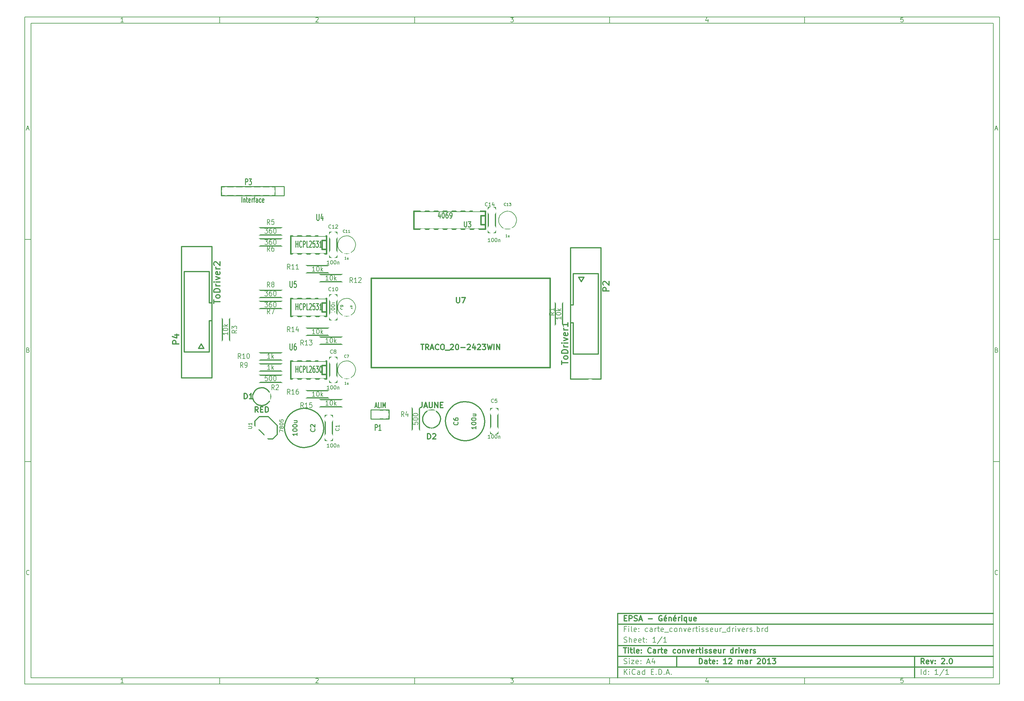
<source format=gto>
G04 (created by PCBNEW-RS274X (2012-01-19 BZR 3256)-stable) date 12/03/2013 15:27:15*
G01*
G70*
G90*
%MOIN*%
G04 Gerber Fmt 3.4, Leading zero omitted, Abs format*
%FSLAX34Y34*%
G04 APERTURE LIST*
%ADD10C,0.006000*%
%ADD11C,0.012000*%
%ADD12C,0.015000*%
%ADD13C,0.005000*%
%ADD14C,0.011300*%
%ADD15C,0.010000*%
%ADD16C,0.008000*%
%ADD17C,0.010700*%
%ADD18R,0.082000X0.110000*%
%ADD19O,0.082000X0.110000*%
%ADD20C,0.095000*%
%ADD21R,0.095000X0.095000*%
%ADD22R,0.090000X0.090000*%
%ADD23C,0.090000*%
%ADD24C,0.138100*%
G04 APERTURE END LIST*
G54D10*
X04000Y-04000D02*
X113000Y-04000D01*
X113000Y-78670D01*
X04000Y-78670D01*
X04000Y-04000D01*
X04700Y-04700D02*
X112300Y-04700D01*
X112300Y-77970D01*
X04700Y-77970D01*
X04700Y-04700D01*
X25800Y-04000D02*
X25800Y-04700D01*
X15043Y-04552D02*
X14757Y-04552D01*
X14900Y-04552D02*
X14900Y-04052D01*
X14852Y-04124D01*
X14805Y-04171D01*
X14757Y-04195D01*
X25800Y-78670D02*
X25800Y-77970D01*
X15043Y-78522D02*
X14757Y-78522D01*
X14900Y-78522D02*
X14900Y-78022D01*
X14852Y-78094D01*
X14805Y-78141D01*
X14757Y-78165D01*
X47600Y-04000D02*
X47600Y-04700D01*
X36557Y-04100D02*
X36581Y-04076D01*
X36629Y-04052D01*
X36748Y-04052D01*
X36795Y-04076D01*
X36819Y-04100D01*
X36843Y-04148D01*
X36843Y-04195D01*
X36819Y-04267D01*
X36533Y-04552D01*
X36843Y-04552D01*
X47600Y-78670D02*
X47600Y-77970D01*
X36557Y-78070D02*
X36581Y-78046D01*
X36629Y-78022D01*
X36748Y-78022D01*
X36795Y-78046D01*
X36819Y-78070D01*
X36843Y-78118D01*
X36843Y-78165D01*
X36819Y-78237D01*
X36533Y-78522D01*
X36843Y-78522D01*
X69400Y-04000D02*
X69400Y-04700D01*
X58333Y-04052D02*
X58643Y-04052D01*
X58476Y-04243D01*
X58548Y-04243D01*
X58595Y-04267D01*
X58619Y-04290D01*
X58643Y-04338D01*
X58643Y-04457D01*
X58619Y-04505D01*
X58595Y-04529D01*
X58548Y-04552D01*
X58405Y-04552D01*
X58357Y-04529D01*
X58333Y-04505D01*
X69400Y-78670D02*
X69400Y-77970D01*
X58333Y-78022D02*
X58643Y-78022D01*
X58476Y-78213D01*
X58548Y-78213D01*
X58595Y-78237D01*
X58619Y-78260D01*
X58643Y-78308D01*
X58643Y-78427D01*
X58619Y-78475D01*
X58595Y-78499D01*
X58548Y-78522D01*
X58405Y-78522D01*
X58357Y-78499D01*
X58333Y-78475D01*
X91200Y-04000D02*
X91200Y-04700D01*
X80395Y-04219D02*
X80395Y-04552D01*
X80276Y-04029D02*
X80157Y-04386D01*
X80467Y-04386D01*
X91200Y-78670D02*
X91200Y-77970D01*
X80395Y-78189D02*
X80395Y-78522D01*
X80276Y-77999D02*
X80157Y-78356D01*
X80467Y-78356D01*
X102219Y-04052D02*
X101981Y-04052D01*
X101957Y-04290D01*
X101981Y-04267D01*
X102029Y-04243D01*
X102148Y-04243D01*
X102195Y-04267D01*
X102219Y-04290D01*
X102243Y-04338D01*
X102243Y-04457D01*
X102219Y-04505D01*
X102195Y-04529D01*
X102148Y-04552D01*
X102029Y-04552D01*
X101981Y-04529D01*
X101957Y-04505D01*
X102219Y-78022D02*
X101981Y-78022D01*
X101957Y-78260D01*
X101981Y-78237D01*
X102029Y-78213D01*
X102148Y-78213D01*
X102195Y-78237D01*
X102219Y-78260D01*
X102243Y-78308D01*
X102243Y-78427D01*
X102219Y-78475D01*
X102195Y-78499D01*
X102148Y-78522D01*
X102029Y-78522D01*
X101981Y-78499D01*
X101957Y-78475D01*
X04000Y-28890D02*
X04700Y-28890D01*
X04231Y-16510D02*
X04469Y-16510D01*
X04184Y-16652D02*
X04350Y-16152D01*
X04517Y-16652D01*
X113000Y-28890D02*
X112300Y-28890D01*
X112531Y-16510D02*
X112769Y-16510D01*
X112484Y-16652D02*
X112650Y-16152D01*
X112817Y-16652D01*
X04000Y-53780D02*
X04700Y-53780D01*
X04386Y-41280D02*
X04457Y-41304D01*
X04481Y-41328D01*
X04505Y-41376D01*
X04505Y-41447D01*
X04481Y-41495D01*
X04457Y-41519D01*
X04410Y-41542D01*
X04219Y-41542D01*
X04219Y-41042D01*
X04386Y-41042D01*
X04433Y-41066D01*
X04457Y-41090D01*
X04481Y-41138D01*
X04481Y-41185D01*
X04457Y-41233D01*
X04433Y-41257D01*
X04386Y-41280D01*
X04219Y-41280D01*
X113000Y-53780D02*
X112300Y-53780D01*
X112686Y-41280D02*
X112757Y-41304D01*
X112781Y-41328D01*
X112805Y-41376D01*
X112805Y-41447D01*
X112781Y-41495D01*
X112757Y-41519D01*
X112710Y-41542D01*
X112519Y-41542D01*
X112519Y-41042D01*
X112686Y-41042D01*
X112733Y-41066D01*
X112757Y-41090D01*
X112781Y-41138D01*
X112781Y-41185D01*
X112757Y-41233D01*
X112733Y-41257D01*
X112686Y-41280D01*
X112519Y-41280D01*
X04505Y-66385D02*
X04481Y-66409D01*
X04410Y-66432D01*
X04362Y-66432D01*
X04290Y-66409D01*
X04243Y-66361D01*
X04219Y-66313D01*
X04195Y-66218D01*
X04195Y-66147D01*
X04219Y-66051D01*
X04243Y-66004D01*
X04290Y-65956D01*
X04362Y-65932D01*
X04410Y-65932D01*
X04481Y-65956D01*
X04505Y-65980D01*
X112805Y-66385D02*
X112781Y-66409D01*
X112710Y-66432D01*
X112662Y-66432D01*
X112590Y-66409D01*
X112543Y-66361D01*
X112519Y-66313D01*
X112495Y-66218D01*
X112495Y-66147D01*
X112519Y-66051D01*
X112543Y-66004D01*
X112590Y-65956D01*
X112662Y-65932D01*
X112710Y-65932D01*
X112781Y-65956D01*
X112805Y-65980D01*
G54D11*
X79443Y-76413D02*
X79443Y-75813D01*
X79586Y-75813D01*
X79671Y-75841D01*
X79729Y-75899D01*
X79757Y-75956D01*
X79786Y-76070D01*
X79786Y-76156D01*
X79757Y-76270D01*
X79729Y-76327D01*
X79671Y-76384D01*
X79586Y-76413D01*
X79443Y-76413D01*
X80300Y-76413D02*
X80300Y-76099D01*
X80271Y-76041D01*
X80214Y-76013D01*
X80100Y-76013D01*
X80043Y-76041D01*
X80300Y-76384D02*
X80243Y-76413D01*
X80100Y-76413D01*
X80043Y-76384D01*
X80014Y-76327D01*
X80014Y-76270D01*
X80043Y-76213D01*
X80100Y-76184D01*
X80243Y-76184D01*
X80300Y-76156D01*
X80500Y-76013D02*
X80729Y-76013D01*
X80586Y-75813D02*
X80586Y-76327D01*
X80614Y-76384D01*
X80672Y-76413D01*
X80729Y-76413D01*
X81157Y-76384D02*
X81100Y-76413D01*
X80986Y-76413D01*
X80929Y-76384D01*
X80900Y-76327D01*
X80900Y-76099D01*
X80929Y-76041D01*
X80986Y-76013D01*
X81100Y-76013D01*
X81157Y-76041D01*
X81186Y-76099D01*
X81186Y-76156D01*
X80900Y-76213D01*
X81443Y-76356D02*
X81471Y-76384D01*
X81443Y-76413D01*
X81414Y-76384D01*
X81443Y-76356D01*
X81443Y-76413D01*
X81443Y-76041D02*
X81471Y-76070D01*
X81443Y-76099D01*
X81414Y-76070D01*
X81443Y-76041D01*
X81443Y-76099D01*
X82500Y-76413D02*
X82157Y-76413D01*
X82329Y-76413D02*
X82329Y-75813D01*
X82272Y-75899D01*
X82214Y-75956D01*
X82157Y-75984D01*
X82728Y-75870D02*
X82757Y-75841D01*
X82814Y-75813D01*
X82957Y-75813D01*
X83014Y-75841D01*
X83043Y-75870D01*
X83071Y-75927D01*
X83071Y-75984D01*
X83043Y-76070D01*
X82700Y-76413D01*
X83071Y-76413D01*
X83785Y-76413D02*
X83785Y-76013D01*
X83785Y-76070D02*
X83813Y-76041D01*
X83871Y-76013D01*
X83956Y-76013D01*
X84013Y-76041D01*
X84042Y-76099D01*
X84042Y-76413D01*
X84042Y-76099D02*
X84071Y-76041D01*
X84128Y-76013D01*
X84213Y-76013D01*
X84271Y-76041D01*
X84299Y-76099D01*
X84299Y-76413D01*
X84842Y-76413D02*
X84842Y-76099D01*
X84813Y-76041D01*
X84756Y-76013D01*
X84642Y-76013D01*
X84585Y-76041D01*
X84842Y-76384D02*
X84785Y-76413D01*
X84642Y-76413D01*
X84585Y-76384D01*
X84556Y-76327D01*
X84556Y-76270D01*
X84585Y-76213D01*
X84642Y-76184D01*
X84785Y-76184D01*
X84842Y-76156D01*
X85128Y-76413D02*
X85128Y-76013D01*
X85128Y-76127D02*
X85156Y-76070D01*
X85185Y-76041D01*
X85242Y-76013D01*
X85299Y-76013D01*
X85927Y-75870D02*
X85956Y-75841D01*
X86013Y-75813D01*
X86156Y-75813D01*
X86213Y-75841D01*
X86242Y-75870D01*
X86270Y-75927D01*
X86270Y-75984D01*
X86242Y-76070D01*
X85899Y-76413D01*
X86270Y-76413D01*
X86641Y-75813D02*
X86698Y-75813D01*
X86755Y-75841D01*
X86784Y-75870D01*
X86813Y-75927D01*
X86841Y-76041D01*
X86841Y-76184D01*
X86813Y-76299D01*
X86784Y-76356D01*
X86755Y-76384D01*
X86698Y-76413D01*
X86641Y-76413D01*
X86584Y-76384D01*
X86555Y-76356D01*
X86527Y-76299D01*
X86498Y-76184D01*
X86498Y-76041D01*
X86527Y-75927D01*
X86555Y-75870D01*
X86584Y-75841D01*
X86641Y-75813D01*
X87412Y-76413D02*
X87069Y-76413D01*
X87241Y-76413D02*
X87241Y-75813D01*
X87184Y-75899D01*
X87126Y-75956D01*
X87069Y-75984D01*
X87612Y-75813D02*
X87983Y-75813D01*
X87783Y-76041D01*
X87869Y-76041D01*
X87926Y-76070D01*
X87955Y-76099D01*
X87983Y-76156D01*
X87983Y-76299D01*
X87955Y-76356D01*
X87926Y-76384D01*
X87869Y-76413D01*
X87697Y-76413D01*
X87640Y-76384D01*
X87612Y-76356D01*
G54D10*
X71043Y-77613D02*
X71043Y-77013D01*
X71386Y-77613D02*
X71129Y-77270D01*
X71386Y-77013D02*
X71043Y-77356D01*
X71643Y-77613D02*
X71643Y-77213D01*
X71643Y-77013D02*
X71614Y-77041D01*
X71643Y-77070D01*
X71671Y-77041D01*
X71643Y-77013D01*
X71643Y-77070D01*
X72272Y-77556D02*
X72243Y-77584D01*
X72157Y-77613D01*
X72100Y-77613D01*
X72015Y-77584D01*
X71957Y-77527D01*
X71929Y-77470D01*
X71900Y-77356D01*
X71900Y-77270D01*
X71929Y-77156D01*
X71957Y-77099D01*
X72015Y-77041D01*
X72100Y-77013D01*
X72157Y-77013D01*
X72243Y-77041D01*
X72272Y-77070D01*
X72786Y-77613D02*
X72786Y-77299D01*
X72757Y-77241D01*
X72700Y-77213D01*
X72586Y-77213D01*
X72529Y-77241D01*
X72786Y-77584D02*
X72729Y-77613D01*
X72586Y-77613D01*
X72529Y-77584D01*
X72500Y-77527D01*
X72500Y-77470D01*
X72529Y-77413D01*
X72586Y-77384D01*
X72729Y-77384D01*
X72786Y-77356D01*
X73329Y-77613D02*
X73329Y-77013D01*
X73329Y-77584D02*
X73272Y-77613D01*
X73158Y-77613D01*
X73100Y-77584D01*
X73072Y-77556D01*
X73043Y-77499D01*
X73043Y-77327D01*
X73072Y-77270D01*
X73100Y-77241D01*
X73158Y-77213D01*
X73272Y-77213D01*
X73329Y-77241D01*
X74072Y-77299D02*
X74272Y-77299D01*
X74358Y-77613D02*
X74072Y-77613D01*
X74072Y-77013D01*
X74358Y-77013D01*
X74615Y-77556D02*
X74643Y-77584D01*
X74615Y-77613D01*
X74586Y-77584D01*
X74615Y-77556D01*
X74615Y-77613D01*
X74901Y-77613D02*
X74901Y-77013D01*
X75044Y-77013D01*
X75129Y-77041D01*
X75187Y-77099D01*
X75215Y-77156D01*
X75244Y-77270D01*
X75244Y-77356D01*
X75215Y-77470D01*
X75187Y-77527D01*
X75129Y-77584D01*
X75044Y-77613D01*
X74901Y-77613D01*
X75501Y-77556D02*
X75529Y-77584D01*
X75501Y-77613D01*
X75472Y-77584D01*
X75501Y-77556D01*
X75501Y-77613D01*
X75758Y-77441D02*
X76044Y-77441D01*
X75701Y-77613D02*
X75901Y-77013D01*
X76101Y-77613D01*
X76301Y-77556D02*
X76329Y-77584D01*
X76301Y-77613D01*
X76272Y-77584D01*
X76301Y-77556D01*
X76301Y-77613D01*
G54D11*
X104586Y-76413D02*
X104386Y-76127D01*
X104243Y-76413D02*
X104243Y-75813D01*
X104471Y-75813D01*
X104529Y-75841D01*
X104557Y-75870D01*
X104586Y-75927D01*
X104586Y-76013D01*
X104557Y-76070D01*
X104529Y-76099D01*
X104471Y-76127D01*
X104243Y-76127D01*
X105071Y-76384D02*
X105014Y-76413D01*
X104900Y-76413D01*
X104843Y-76384D01*
X104814Y-76327D01*
X104814Y-76099D01*
X104843Y-76041D01*
X104900Y-76013D01*
X105014Y-76013D01*
X105071Y-76041D01*
X105100Y-76099D01*
X105100Y-76156D01*
X104814Y-76213D01*
X105300Y-76013D02*
X105443Y-76413D01*
X105585Y-76013D01*
X105814Y-76356D02*
X105842Y-76384D01*
X105814Y-76413D01*
X105785Y-76384D01*
X105814Y-76356D01*
X105814Y-76413D01*
X105814Y-76041D02*
X105842Y-76070D01*
X105814Y-76099D01*
X105785Y-76070D01*
X105814Y-76041D01*
X105814Y-76099D01*
X106528Y-75870D02*
X106557Y-75841D01*
X106614Y-75813D01*
X106757Y-75813D01*
X106814Y-75841D01*
X106843Y-75870D01*
X106871Y-75927D01*
X106871Y-75984D01*
X106843Y-76070D01*
X106500Y-76413D01*
X106871Y-76413D01*
X107128Y-76356D02*
X107156Y-76384D01*
X107128Y-76413D01*
X107099Y-76384D01*
X107128Y-76356D01*
X107128Y-76413D01*
X107528Y-75813D02*
X107585Y-75813D01*
X107642Y-75841D01*
X107671Y-75870D01*
X107700Y-75927D01*
X107728Y-76041D01*
X107728Y-76184D01*
X107700Y-76299D01*
X107671Y-76356D01*
X107642Y-76384D01*
X107585Y-76413D01*
X107528Y-76413D01*
X107471Y-76384D01*
X107442Y-76356D01*
X107414Y-76299D01*
X107385Y-76184D01*
X107385Y-76041D01*
X107414Y-75927D01*
X107442Y-75870D01*
X107471Y-75841D01*
X107528Y-75813D01*
G54D10*
X71014Y-76384D02*
X71100Y-76413D01*
X71243Y-76413D01*
X71300Y-76384D01*
X71329Y-76356D01*
X71357Y-76299D01*
X71357Y-76241D01*
X71329Y-76184D01*
X71300Y-76156D01*
X71243Y-76127D01*
X71129Y-76099D01*
X71071Y-76070D01*
X71043Y-76041D01*
X71014Y-75984D01*
X71014Y-75927D01*
X71043Y-75870D01*
X71071Y-75841D01*
X71129Y-75813D01*
X71271Y-75813D01*
X71357Y-75841D01*
X71614Y-76413D02*
X71614Y-76013D01*
X71614Y-75813D02*
X71585Y-75841D01*
X71614Y-75870D01*
X71642Y-75841D01*
X71614Y-75813D01*
X71614Y-75870D01*
X71843Y-76013D02*
X72157Y-76013D01*
X71843Y-76413D01*
X72157Y-76413D01*
X72614Y-76384D02*
X72557Y-76413D01*
X72443Y-76413D01*
X72386Y-76384D01*
X72357Y-76327D01*
X72357Y-76099D01*
X72386Y-76041D01*
X72443Y-76013D01*
X72557Y-76013D01*
X72614Y-76041D01*
X72643Y-76099D01*
X72643Y-76156D01*
X72357Y-76213D01*
X72900Y-76356D02*
X72928Y-76384D01*
X72900Y-76413D01*
X72871Y-76384D01*
X72900Y-76356D01*
X72900Y-76413D01*
X72900Y-76041D02*
X72928Y-76070D01*
X72900Y-76099D01*
X72871Y-76070D01*
X72900Y-76041D01*
X72900Y-76099D01*
X73614Y-76241D02*
X73900Y-76241D01*
X73557Y-76413D02*
X73757Y-75813D01*
X73957Y-76413D01*
X74414Y-76013D02*
X74414Y-76413D01*
X74271Y-75784D02*
X74128Y-76213D01*
X74500Y-76213D01*
X104243Y-77613D02*
X104243Y-77013D01*
X104786Y-77613D02*
X104786Y-77013D01*
X104786Y-77584D02*
X104729Y-77613D01*
X104615Y-77613D01*
X104557Y-77584D01*
X104529Y-77556D01*
X104500Y-77499D01*
X104500Y-77327D01*
X104529Y-77270D01*
X104557Y-77241D01*
X104615Y-77213D01*
X104729Y-77213D01*
X104786Y-77241D01*
X105072Y-77556D02*
X105100Y-77584D01*
X105072Y-77613D01*
X105043Y-77584D01*
X105072Y-77556D01*
X105072Y-77613D01*
X105072Y-77241D02*
X105100Y-77270D01*
X105072Y-77299D01*
X105043Y-77270D01*
X105072Y-77241D01*
X105072Y-77299D01*
X106129Y-77613D02*
X105786Y-77613D01*
X105958Y-77613D02*
X105958Y-77013D01*
X105901Y-77099D01*
X105843Y-77156D01*
X105786Y-77184D01*
X106814Y-76984D02*
X106300Y-77756D01*
X107329Y-77613D02*
X106986Y-77613D01*
X107158Y-77613D02*
X107158Y-77013D01*
X107101Y-77099D01*
X107043Y-77156D01*
X106986Y-77184D01*
G54D11*
X70957Y-74613D02*
X71300Y-74613D01*
X71129Y-75213D02*
X71129Y-74613D01*
X71500Y-75213D02*
X71500Y-74813D01*
X71500Y-74613D02*
X71471Y-74641D01*
X71500Y-74670D01*
X71528Y-74641D01*
X71500Y-74613D01*
X71500Y-74670D01*
X71700Y-74813D02*
X71929Y-74813D01*
X71786Y-74613D02*
X71786Y-75127D01*
X71814Y-75184D01*
X71872Y-75213D01*
X71929Y-75213D01*
X72215Y-75213D02*
X72157Y-75184D01*
X72129Y-75127D01*
X72129Y-74613D01*
X72671Y-75184D02*
X72614Y-75213D01*
X72500Y-75213D01*
X72443Y-75184D01*
X72414Y-75127D01*
X72414Y-74899D01*
X72443Y-74841D01*
X72500Y-74813D01*
X72614Y-74813D01*
X72671Y-74841D01*
X72700Y-74899D01*
X72700Y-74956D01*
X72414Y-75013D01*
X72957Y-75156D02*
X72985Y-75184D01*
X72957Y-75213D01*
X72928Y-75184D01*
X72957Y-75156D01*
X72957Y-75213D01*
X72957Y-74841D02*
X72985Y-74870D01*
X72957Y-74899D01*
X72928Y-74870D01*
X72957Y-74841D01*
X72957Y-74899D01*
X74043Y-75156D02*
X74014Y-75184D01*
X73928Y-75213D01*
X73871Y-75213D01*
X73786Y-75184D01*
X73728Y-75127D01*
X73700Y-75070D01*
X73671Y-74956D01*
X73671Y-74870D01*
X73700Y-74756D01*
X73728Y-74699D01*
X73786Y-74641D01*
X73871Y-74613D01*
X73928Y-74613D01*
X74014Y-74641D01*
X74043Y-74670D01*
X74557Y-75213D02*
X74557Y-74899D01*
X74528Y-74841D01*
X74471Y-74813D01*
X74357Y-74813D01*
X74300Y-74841D01*
X74557Y-75184D02*
X74500Y-75213D01*
X74357Y-75213D01*
X74300Y-75184D01*
X74271Y-75127D01*
X74271Y-75070D01*
X74300Y-75013D01*
X74357Y-74984D01*
X74500Y-74984D01*
X74557Y-74956D01*
X74843Y-75213D02*
X74843Y-74813D01*
X74843Y-74927D02*
X74871Y-74870D01*
X74900Y-74841D01*
X74957Y-74813D01*
X75014Y-74813D01*
X75128Y-74813D02*
X75357Y-74813D01*
X75214Y-74613D02*
X75214Y-75127D01*
X75242Y-75184D01*
X75300Y-75213D01*
X75357Y-75213D01*
X75785Y-75184D02*
X75728Y-75213D01*
X75614Y-75213D01*
X75557Y-75184D01*
X75528Y-75127D01*
X75528Y-74899D01*
X75557Y-74841D01*
X75614Y-74813D01*
X75728Y-74813D01*
X75785Y-74841D01*
X75814Y-74899D01*
X75814Y-74956D01*
X75528Y-75013D01*
X76785Y-75184D02*
X76728Y-75213D01*
X76614Y-75213D01*
X76556Y-75184D01*
X76528Y-75156D01*
X76499Y-75099D01*
X76499Y-74927D01*
X76528Y-74870D01*
X76556Y-74841D01*
X76614Y-74813D01*
X76728Y-74813D01*
X76785Y-74841D01*
X77128Y-75213D02*
X77070Y-75184D01*
X77042Y-75156D01*
X77013Y-75099D01*
X77013Y-74927D01*
X77042Y-74870D01*
X77070Y-74841D01*
X77128Y-74813D01*
X77213Y-74813D01*
X77270Y-74841D01*
X77299Y-74870D01*
X77328Y-74927D01*
X77328Y-75099D01*
X77299Y-75156D01*
X77270Y-75184D01*
X77213Y-75213D01*
X77128Y-75213D01*
X77585Y-74813D02*
X77585Y-75213D01*
X77585Y-74870D02*
X77613Y-74841D01*
X77671Y-74813D01*
X77756Y-74813D01*
X77813Y-74841D01*
X77842Y-74899D01*
X77842Y-75213D01*
X78071Y-74813D02*
X78214Y-75213D01*
X78356Y-74813D01*
X78813Y-75184D02*
X78756Y-75213D01*
X78642Y-75213D01*
X78585Y-75184D01*
X78556Y-75127D01*
X78556Y-74899D01*
X78585Y-74841D01*
X78642Y-74813D01*
X78756Y-74813D01*
X78813Y-74841D01*
X78842Y-74899D01*
X78842Y-74956D01*
X78556Y-75013D01*
X79099Y-75213D02*
X79099Y-74813D01*
X79099Y-74927D02*
X79127Y-74870D01*
X79156Y-74841D01*
X79213Y-74813D01*
X79270Y-74813D01*
X79384Y-74813D02*
X79613Y-74813D01*
X79470Y-74613D02*
X79470Y-75127D01*
X79498Y-75184D01*
X79556Y-75213D01*
X79613Y-75213D01*
X79813Y-75213D02*
X79813Y-74813D01*
X79813Y-74613D02*
X79784Y-74641D01*
X79813Y-74670D01*
X79841Y-74641D01*
X79813Y-74613D01*
X79813Y-74670D01*
X80070Y-75184D02*
X80127Y-75213D01*
X80242Y-75213D01*
X80299Y-75184D01*
X80327Y-75127D01*
X80327Y-75099D01*
X80299Y-75041D01*
X80242Y-75013D01*
X80156Y-75013D01*
X80099Y-74984D01*
X80070Y-74927D01*
X80070Y-74899D01*
X80099Y-74841D01*
X80156Y-74813D01*
X80242Y-74813D01*
X80299Y-74841D01*
X80556Y-75184D02*
X80613Y-75213D01*
X80728Y-75213D01*
X80785Y-75184D01*
X80813Y-75127D01*
X80813Y-75099D01*
X80785Y-75041D01*
X80728Y-75013D01*
X80642Y-75013D01*
X80585Y-74984D01*
X80556Y-74927D01*
X80556Y-74899D01*
X80585Y-74841D01*
X80642Y-74813D01*
X80728Y-74813D01*
X80785Y-74841D01*
X81299Y-75184D02*
X81242Y-75213D01*
X81128Y-75213D01*
X81071Y-75184D01*
X81042Y-75127D01*
X81042Y-74899D01*
X81071Y-74841D01*
X81128Y-74813D01*
X81242Y-74813D01*
X81299Y-74841D01*
X81328Y-74899D01*
X81328Y-74956D01*
X81042Y-75013D01*
X81842Y-74813D02*
X81842Y-75213D01*
X81585Y-74813D02*
X81585Y-75127D01*
X81613Y-75184D01*
X81671Y-75213D01*
X81756Y-75213D01*
X81813Y-75184D01*
X81842Y-75156D01*
X82128Y-75213D02*
X82128Y-74813D01*
X82128Y-74927D02*
X82156Y-74870D01*
X82185Y-74841D01*
X82242Y-74813D01*
X82299Y-74813D01*
X83213Y-75213D02*
X83213Y-74613D01*
X83213Y-75184D02*
X83156Y-75213D01*
X83042Y-75213D01*
X82984Y-75184D01*
X82956Y-75156D01*
X82927Y-75099D01*
X82927Y-74927D01*
X82956Y-74870D01*
X82984Y-74841D01*
X83042Y-74813D01*
X83156Y-74813D01*
X83213Y-74841D01*
X83499Y-75213D02*
X83499Y-74813D01*
X83499Y-74927D02*
X83527Y-74870D01*
X83556Y-74841D01*
X83613Y-74813D01*
X83670Y-74813D01*
X83870Y-75213D02*
X83870Y-74813D01*
X83870Y-74613D02*
X83841Y-74641D01*
X83870Y-74670D01*
X83898Y-74641D01*
X83870Y-74613D01*
X83870Y-74670D01*
X84099Y-74813D02*
X84242Y-75213D01*
X84384Y-74813D01*
X84841Y-75184D02*
X84784Y-75213D01*
X84670Y-75213D01*
X84613Y-75184D01*
X84584Y-75127D01*
X84584Y-74899D01*
X84613Y-74841D01*
X84670Y-74813D01*
X84784Y-74813D01*
X84841Y-74841D01*
X84870Y-74899D01*
X84870Y-74956D01*
X84584Y-75013D01*
X85127Y-75213D02*
X85127Y-74813D01*
X85127Y-74927D02*
X85155Y-74870D01*
X85184Y-74841D01*
X85241Y-74813D01*
X85298Y-74813D01*
X85469Y-75184D02*
X85526Y-75213D01*
X85641Y-75213D01*
X85698Y-75184D01*
X85726Y-75127D01*
X85726Y-75099D01*
X85698Y-75041D01*
X85641Y-75013D01*
X85555Y-75013D01*
X85498Y-74984D01*
X85469Y-74927D01*
X85469Y-74899D01*
X85498Y-74841D01*
X85555Y-74813D01*
X85641Y-74813D01*
X85698Y-74841D01*
G54D10*
X71243Y-72499D02*
X71043Y-72499D01*
X71043Y-72813D02*
X71043Y-72213D01*
X71329Y-72213D01*
X71557Y-72813D02*
X71557Y-72413D01*
X71557Y-72213D02*
X71528Y-72241D01*
X71557Y-72270D01*
X71585Y-72241D01*
X71557Y-72213D01*
X71557Y-72270D01*
X71929Y-72813D02*
X71871Y-72784D01*
X71843Y-72727D01*
X71843Y-72213D01*
X72385Y-72784D02*
X72328Y-72813D01*
X72214Y-72813D01*
X72157Y-72784D01*
X72128Y-72727D01*
X72128Y-72499D01*
X72157Y-72441D01*
X72214Y-72413D01*
X72328Y-72413D01*
X72385Y-72441D01*
X72414Y-72499D01*
X72414Y-72556D01*
X72128Y-72613D01*
X72671Y-72756D02*
X72699Y-72784D01*
X72671Y-72813D01*
X72642Y-72784D01*
X72671Y-72756D01*
X72671Y-72813D01*
X72671Y-72441D02*
X72699Y-72470D01*
X72671Y-72499D01*
X72642Y-72470D01*
X72671Y-72441D01*
X72671Y-72499D01*
X73671Y-72784D02*
X73614Y-72813D01*
X73500Y-72813D01*
X73442Y-72784D01*
X73414Y-72756D01*
X73385Y-72699D01*
X73385Y-72527D01*
X73414Y-72470D01*
X73442Y-72441D01*
X73500Y-72413D01*
X73614Y-72413D01*
X73671Y-72441D01*
X74185Y-72813D02*
X74185Y-72499D01*
X74156Y-72441D01*
X74099Y-72413D01*
X73985Y-72413D01*
X73928Y-72441D01*
X74185Y-72784D02*
X74128Y-72813D01*
X73985Y-72813D01*
X73928Y-72784D01*
X73899Y-72727D01*
X73899Y-72670D01*
X73928Y-72613D01*
X73985Y-72584D01*
X74128Y-72584D01*
X74185Y-72556D01*
X74471Y-72813D02*
X74471Y-72413D01*
X74471Y-72527D02*
X74499Y-72470D01*
X74528Y-72441D01*
X74585Y-72413D01*
X74642Y-72413D01*
X74756Y-72413D02*
X74985Y-72413D01*
X74842Y-72213D02*
X74842Y-72727D01*
X74870Y-72784D01*
X74928Y-72813D01*
X74985Y-72813D01*
X75413Y-72784D02*
X75356Y-72813D01*
X75242Y-72813D01*
X75185Y-72784D01*
X75156Y-72727D01*
X75156Y-72499D01*
X75185Y-72441D01*
X75242Y-72413D01*
X75356Y-72413D01*
X75413Y-72441D01*
X75442Y-72499D01*
X75442Y-72556D01*
X75156Y-72613D01*
X75556Y-72870D02*
X76013Y-72870D01*
X76413Y-72784D02*
X76356Y-72813D01*
X76242Y-72813D01*
X76184Y-72784D01*
X76156Y-72756D01*
X76127Y-72699D01*
X76127Y-72527D01*
X76156Y-72470D01*
X76184Y-72441D01*
X76242Y-72413D01*
X76356Y-72413D01*
X76413Y-72441D01*
X76756Y-72813D02*
X76698Y-72784D01*
X76670Y-72756D01*
X76641Y-72699D01*
X76641Y-72527D01*
X76670Y-72470D01*
X76698Y-72441D01*
X76756Y-72413D01*
X76841Y-72413D01*
X76898Y-72441D01*
X76927Y-72470D01*
X76956Y-72527D01*
X76956Y-72699D01*
X76927Y-72756D01*
X76898Y-72784D01*
X76841Y-72813D01*
X76756Y-72813D01*
X77213Y-72413D02*
X77213Y-72813D01*
X77213Y-72470D02*
X77241Y-72441D01*
X77299Y-72413D01*
X77384Y-72413D01*
X77441Y-72441D01*
X77470Y-72499D01*
X77470Y-72813D01*
X77699Y-72413D02*
X77842Y-72813D01*
X77984Y-72413D01*
X78441Y-72784D02*
X78384Y-72813D01*
X78270Y-72813D01*
X78213Y-72784D01*
X78184Y-72727D01*
X78184Y-72499D01*
X78213Y-72441D01*
X78270Y-72413D01*
X78384Y-72413D01*
X78441Y-72441D01*
X78470Y-72499D01*
X78470Y-72556D01*
X78184Y-72613D01*
X78727Y-72813D02*
X78727Y-72413D01*
X78727Y-72527D02*
X78755Y-72470D01*
X78784Y-72441D01*
X78841Y-72413D01*
X78898Y-72413D01*
X79012Y-72413D02*
X79241Y-72413D01*
X79098Y-72213D02*
X79098Y-72727D01*
X79126Y-72784D01*
X79184Y-72813D01*
X79241Y-72813D01*
X79441Y-72813D02*
X79441Y-72413D01*
X79441Y-72213D02*
X79412Y-72241D01*
X79441Y-72270D01*
X79469Y-72241D01*
X79441Y-72213D01*
X79441Y-72270D01*
X79698Y-72784D02*
X79755Y-72813D01*
X79870Y-72813D01*
X79927Y-72784D01*
X79955Y-72727D01*
X79955Y-72699D01*
X79927Y-72641D01*
X79870Y-72613D01*
X79784Y-72613D01*
X79727Y-72584D01*
X79698Y-72527D01*
X79698Y-72499D01*
X79727Y-72441D01*
X79784Y-72413D01*
X79870Y-72413D01*
X79927Y-72441D01*
X80184Y-72784D02*
X80241Y-72813D01*
X80356Y-72813D01*
X80413Y-72784D01*
X80441Y-72727D01*
X80441Y-72699D01*
X80413Y-72641D01*
X80356Y-72613D01*
X80270Y-72613D01*
X80213Y-72584D01*
X80184Y-72527D01*
X80184Y-72499D01*
X80213Y-72441D01*
X80270Y-72413D01*
X80356Y-72413D01*
X80413Y-72441D01*
X80927Y-72784D02*
X80870Y-72813D01*
X80756Y-72813D01*
X80699Y-72784D01*
X80670Y-72727D01*
X80670Y-72499D01*
X80699Y-72441D01*
X80756Y-72413D01*
X80870Y-72413D01*
X80927Y-72441D01*
X80956Y-72499D01*
X80956Y-72556D01*
X80670Y-72613D01*
X81470Y-72413D02*
X81470Y-72813D01*
X81213Y-72413D02*
X81213Y-72727D01*
X81241Y-72784D01*
X81299Y-72813D01*
X81384Y-72813D01*
X81441Y-72784D01*
X81470Y-72756D01*
X81756Y-72813D02*
X81756Y-72413D01*
X81756Y-72527D02*
X81784Y-72470D01*
X81813Y-72441D01*
X81870Y-72413D01*
X81927Y-72413D01*
X81984Y-72870D02*
X82441Y-72870D01*
X82841Y-72813D02*
X82841Y-72213D01*
X82841Y-72784D02*
X82784Y-72813D01*
X82670Y-72813D01*
X82612Y-72784D01*
X82584Y-72756D01*
X82555Y-72699D01*
X82555Y-72527D01*
X82584Y-72470D01*
X82612Y-72441D01*
X82670Y-72413D01*
X82784Y-72413D01*
X82841Y-72441D01*
X83127Y-72813D02*
X83127Y-72413D01*
X83127Y-72527D02*
X83155Y-72470D01*
X83184Y-72441D01*
X83241Y-72413D01*
X83298Y-72413D01*
X83498Y-72813D02*
X83498Y-72413D01*
X83498Y-72213D02*
X83469Y-72241D01*
X83498Y-72270D01*
X83526Y-72241D01*
X83498Y-72213D01*
X83498Y-72270D01*
X83727Y-72413D02*
X83870Y-72813D01*
X84012Y-72413D01*
X84469Y-72784D02*
X84412Y-72813D01*
X84298Y-72813D01*
X84241Y-72784D01*
X84212Y-72727D01*
X84212Y-72499D01*
X84241Y-72441D01*
X84298Y-72413D01*
X84412Y-72413D01*
X84469Y-72441D01*
X84498Y-72499D01*
X84498Y-72556D01*
X84212Y-72613D01*
X84755Y-72813D02*
X84755Y-72413D01*
X84755Y-72527D02*
X84783Y-72470D01*
X84812Y-72441D01*
X84869Y-72413D01*
X84926Y-72413D01*
X85097Y-72784D02*
X85154Y-72813D01*
X85269Y-72813D01*
X85326Y-72784D01*
X85354Y-72727D01*
X85354Y-72699D01*
X85326Y-72641D01*
X85269Y-72613D01*
X85183Y-72613D01*
X85126Y-72584D01*
X85097Y-72527D01*
X85097Y-72499D01*
X85126Y-72441D01*
X85183Y-72413D01*
X85269Y-72413D01*
X85326Y-72441D01*
X85612Y-72756D02*
X85640Y-72784D01*
X85612Y-72813D01*
X85583Y-72784D01*
X85612Y-72756D01*
X85612Y-72813D01*
X85898Y-72813D02*
X85898Y-72213D01*
X85898Y-72441D02*
X85955Y-72413D01*
X86069Y-72413D01*
X86126Y-72441D01*
X86155Y-72470D01*
X86184Y-72527D01*
X86184Y-72699D01*
X86155Y-72756D01*
X86126Y-72784D01*
X86069Y-72813D01*
X85955Y-72813D01*
X85898Y-72784D01*
X86441Y-72813D02*
X86441Y-72413D01*
X86441Y-72527D02*
X86469Y-72470D01*
X86498Y-72441D01*
X86555Y-72413D01*
X86612Y-72413D01*
X87069Y-72813D02*
X87069Y-72213D01*
X87069Y-72784D02*
X87012Y-72813D01*
X86898Y-72813D01*
X86840Y-72784D01*
X86812Y-72756D01*
X86783Y-72699D01*
X86783Y-72527D01*
X86812Y-72470D01*
X86840Y-72441D01*
X86898Y-72413D01*
X87012Y-72413D01*
X87069Y-72441D01*
X71014Y-73984D02*
X71100Y-74013D01*
X71243Y-74013D01*
X71300Y-73984D01*
X71329Y-73956D01*
X71357Y-73899D01*
X71357Y-73841D01*
X71329Y-73784D01*
X71300Y-73756D01*
X71243Y-73727D01*
X71129Y-73699D01*
X71071Y-73670D01*
X71043Y-73641D01*
X71014Y-73584D01*
X71014Y-73527D01*
X71043Y-73470D01*
X71071Y-73441D01*
X71129Y-73413D01*
X71271Y-73413D01*
X71357Y-73441D01*
X71614Y-74013D02*
X71614Y-73413D01*
X71871Y-74013D02*
X71871Y-73699D01*
X71842Y-73641D01*
X71785Y-73613D01*
X71700Y-73613D01*
X71642Y-73641D01*
X71614Y-73670D01*
X72385Y-73984D02*
X72328Y-74013D01*
X72214Y-74013D01*
X72157Y-73984D01*
X72128Y-73927D01*
X72128Y-73699D01*
X72157Y-73641D01*
X72214Y-73613D01*
X72328Y-73613D01*
X72385Y-73641D01*
X72414Y-73699D01*
X72414Y-73756D01*
X72128Y-73813D01*
X72899Y-73984D02*
X72842Y-74013D01*
X72728Y-74013D01*
X72671Y-73984D01*
X72642Y-73927D01*
X72642Y-73699D01*
X72671Y-73641D01*
X72728Y-73613D01*
X72842Y-73613D01*
X72899Y-73641D01*
X72928Y-73699D01*
X72928Y-73756D01*
X72642Y-73813D01*
X73099Y-73613D02*
X73328Y-73613D01*
X73185Y-73413D02*
X73185Y-73927D01*
X73213Y-73984D01*
X73271Y-74013D01*
X73328Y-74013D01*
X73528Y-73956D02*
X73556Y-73984D01*
X73528Y-74013D01*
X73499Y-73984D01*
X73528Y-73956D01*
X73528Y-74013D01*
X73528Y-73641D02*
X73556Y-73670D01*
X73528Y-73699D01*
X73499Y-73670D01*
X73528Y-73641D01*
X73528Y-73699D01*
X74585Y-74013D02*
X74242Y-74013D01*
X74414Y-74013D02*
X74414Y-73413D01*
X74357Y-73499D01*
X74299Y-73556D01*
X74242Y-73584D01*
X75270Y-73384D02*
X74756Y-74156D01*
X75785Y-74013D02*
X75442Y-74013D01*
X75614Y-74013D02*
X75614Y-73413D01*
X75557Y-73499D01*
X75499Y-73556D01*
X75442Y-73584D01*
G54D11*
X71043Y-71299D02*
X71243Y-71299D01*
X71329Y-71613D02*
X71043Y-71613D01*
X71043Y-71013D01*
X71329Y-71013D01*
X71586Y-71613D02*
X71586Y-71013D01*
X71814Y-71013D01*
X71872Y-71041D01*
X71900Y-71070D01*
X71929Y-71127D01*
X71929Y-71213D01*
X71900Y-71270D01*
X71872Y-71299D01*
X71814Y-71327D01*
X71586Y-71327D01*
X72157Y-71584D02*
X72243Y-71613D01*
X72386Y-71613D01*
X72443Y-71584D01*
X72472Y-71556D01*
X72500Y-71499D01*
X72500Y-71441D01*
X72472Y-71384D01*
X72443Y-71356D01*
X72386Y-71327D01*
X72272Y-71299D01*
X72214Y-71270D01*
X72186Y-71241D01*
X72157Y-71184D01*
X72157Y-71127D01*
X72186Y-71070D01*
X72214Y-71041D01*
X72272Y-71013D01*
X72414Y-71013D01*
X72500Y-71041D01*
X72728Y-71441D02*
X73014Y-71441D01*
X72671Y-71613D02*
X72871Y-71013D01*
X73071Y-71613D01*
X73728Y-71384D02*
X74185Y-71384D01*
X75242Y-71041D02*
X75185Y-71013D01*
X75099Y-71013D01*
X75014Y-71041D01*
X74956Y-71099D01*
X74928Y-71156D01*
X74899Y-71270D01*
X74899Y-71356D01*
X74928Y-71470D01*
X74956Y-71527D01*
X75014Y-71584D01*
X75099Y-71613D01*
X75156Y-71613D01*
X75242Y-71584D01*
X75271Y-71556D01*
X75271Y-71356D01*
X75156Y-71356D01*
X75756Y-71584D02*
X75699Y-71613D01*
X75585Y-71613D01*
X75528Y-71584D01*
X75499Y-71527D01*
X75499Y-71299D01*
X75528Y-71241D01*
X75585Y-71213D01*
X75699Y-71213D01*
X75756Y-71241D01*
X75785Y-71299D01*
X75785Y-71356D01*
X75499Y-71413D01*
X75699Y-70984D02*
X75614Y-71070D01*
X76042Y-71213D02*
X76042Y-71613D01*
X76042Y-71270D02*
X76070Y-71241D01*
X76128Y-71213D01*
X76213Y-71213D01*
X76270Y-71241D01*
X76299Y-71299D01*
X76299Y-71613D01*
X76813Y-71584D02*
X76756Y-71613D01*
X76642Y-71613D01*
X76585Y-71584D01*
X76556Y-71527D01*
X76556Y-71299D01*
X76585Y-71241D01*
X76642Y-71213D01*
X76756Y-71213D01*
X76813Y-71241D01*
X76842Y-71299D01*
X76842Y-71356D01*
X76556Y-71413D01*
X76756Y-70984D02*
X76671Y-71070D01*
X77099Y-71613D02*
X77099Y-71213D01*
X77099Y-71327D02*
X77127Y-71270D01*
X77156Y-71241D01*
X77213Y-71213D01*
X77270Y-71213D01*
X77470Y-71613D02*
X77470Y-71213D01*
X77470Y-71013D02*
X77441Y-71041D01*
X77470Y-71070D01*
X77498Y-71041D01*
X77470Y-71013D01*
X77470Y-71070D01*
X78013Y-71213D02*
X78013Y-71813D01*
X78013Y-71584D02*
X77956Y-71613D01*
X77842Y-71613D01*
X77784Y-71584D01*
X77756Y-71556D01*
X77727Y-71499D01*
X77727Y-71327D01*
X77756Y-71270D01*
X77784Y-71241D01*
X77842Y-71213D01*
X77956Y-71213D01*
X78013Y-71241D01*
X78556Y-71213D02*
X78556Y-71613D01*
X78299Y-71213D02*
X78299Y-71527D01*
X78327Y-71584D01*
X78385Y-71613D01*
X78470Y-71613D01*
X78527Y-71584D01*
X78556Y-71556D01*
X79070Y-71584D02*
X79013Y-71613D01*
X78899Y-71613D01*
X78842Y-71584D01*
X78813Y-71527D01*
X78813Y-71299D01*
X78842Y-71241D01*
X78899Y-71213D01*
X79013Y-71213D01*
X79070Y-71241D01*
X79099Y-71299D01*
X79099Y-71356D01*
X78813Y-71413D01*
X70300Y-70770D02*
X70300Y-77970D01*
X70300Y-71970D02*
X112300Y-71970D01*
X70300Y-70770D02*
X112300Y-70770D01*
X70300Y-74370D02*
X112300Y-74370D01*
X103500Y-75570D02*
X103500Y-77970D01*
X70300Y-76770D02*
X112300Y-76770D01*
X70300Y-75570D02*
X112300Y-75570D01*
X76900Y-75570D02*
X76900Y-76770D01*
G54D12*
X37750Y-30000D02*
X37250Y-30000D01*
X37250Y-30000D02*
X37250Y-29000D01*
X37250Y-29000D02*
X37750Y-29000D01*
X37750Y-30500D02*
X33750Y-30500D01*
X33750Y-30500D02*
X33750Y-28500D01*
X33750Y-28500D02*
X37750Y-28500D01*
X37750Y-28500D02*
X37750Y-30500D01*
G54D11*
X37600Y-51400D02*
X37600Y-48600D01*
X37600Y-48600D02*
X38400Y-48600D01*
X38400Y-48600D02*
X38400Y-51400D01*
X38400Y-51400D02*
X37600Y-51400D01*
X37800Y-51400D02*
X37600Y-51200D01*
X68450Y-29850D02*
X68450Y-44550D01*
X68450Y-44550D02*
X65050Y-44550D01*
X65050Y-44550D02*
X65050Y-29850D01*
X65050Y-36250D02*
X65350Y-36250D01*
X65350Y-36250D02*
X65350Y-32750D01*
X65350Y-32750D02*
X68150Y-32750D01*
X68150Y-32750D02*
X68150Y-41750D01*
X68150Y-41750D02*
X65350Y-41750D01*
X65350Y-41750D02*
X65350Y-38250D01*
X65350Y-38250D02*
X65050Y-38250D01*
X65050Y-29850D02*
X68450Y-29850D01*
X66250Y-33650D02*
X66550Y-33150D01*
X66550Y-33150D02*
X65950Y-33150D01*
X65950Y-33150D02*
X66250Y-33650D01*
X50500Y-49000D02*
X50480Y-49194D01*
X50424Y-49381D01*
X50332Y-49553D01*
X50209Y-49704D01*
X50059Y-49829D01*
X49887Y-49921D01*
X49701Y-49979D01*
X49506Y-49999D01*
X49313Y-49982D01*
X49126Y-49927D01*
X48953Y-49836D01*
X48801Y-49714D01*
X48675Y-49564D01*
X48581Y-49393D01*
X48522Y-49207D01*
X48501Y-49013D01*
X48517Y-48820D01*
X48571Y-48632D01*
X48660Y-48459D01*
X48781Y-48306D01*
X48930Y-48179D01*
X49100Y-48084D01*
X49286Y-48024D01*
X49480Y-48001D01*
X49673Y-48016D01*
X49861Y-48068D01*
X50035Y-48156D01*
X50189Y-48276D01*
X50317Y-48424D01*
X50413Y-48594D01*
X50475Y-48779D01*
X50499Y-48973D01*
X50500Y-49000D01*
X49750Y-50000D02*
X49750Y-49750D01*
X49750Y-49750D02*
X49250Y-49750D01*
X49250Y-49750D02*
X49250Y-50000D01*
X31500Y-46500D02*
X31480Y-46694D01*
X31424Y-46881D01*
X31332Y-47053D01*
X31209Y-47204D01*
X31059Y-47329D01*
X30887Y-47421D01*
X30701Y-47479D01*
X30506Y-47499D01*
X30313Y-47482D01*
X30126Y-47427D01*
X29953Y-47336D01*
X29801Y-47214D01*
X29675Y-47064D01*
X29581Y-46893D01*
X29522Y-46707D01*
X29501Y-46513D01*
X29517Y-46320D01*
X29571Y-46132D01*
X29660Y-45959D01*
X29781Y-45806D01*
X29930Y-45679D01*
X30100Y-45584D01*
X30286Y-45524D01*
X30480Y-45501D01*
X30673Y-45516D01*
X30861Y-45568D01*
X31035Y-45656D01*
X31189Y-45776D01*
X31317Y-45924D01*
X31413Y-46094D01*
X31475Y-46279D01*
X31499Y-46473D01*
X31500Y-46500D01*
X29500Y-46750D02*
X29750Y-46750D01*
X29750Y-46750D02*
X29750Y-46250D01*
X29750Y-46250D02*
X29500Y-46250D01*
X33000Y-29250D02*
X32800Y-29250D01*
X30000Y-29250D02*
X30200Y-29250D01*
X30200Y-29250D02*
X30200Y-29650D01*
X30200Y-29650D02*
X32800Y-29650D01*
X32800Y-29650D02*
X32800Y-28850D01*
X32800Y-28850D02*
X30200Y-28850D01*
X30200Y-28850D02*
X30200Y-29250D01*
X32800Y-29450D02*
X32600Y-29650D01*
X33000Y-28000D02*
X32800Y-28000D01*
X30000Y-28000D02*
X30200Y-28000D01*
X30200Y-28000D02*
X30200Y-28400D01*
X30200Y-28400D02*
X32800Y-28400D01*
X32800Y-28400D02*
X32800Y-27600D01*
X32800Y-27600D02*
X30200Y-27600D01*
X30200Y-27600D02*
X30200Y-28000D01*
X32800Y-28200D02*
X32600Y-28400D01*
X47750Y-47500D02*
X47750Y-47700D01*
X47750Y-50500D02*
X47750Y-50300D01*
X47750Y-50300D02*
X48150Y-50300D01*
X48150Y-50300D02*
X48150Y-47700D01*
X48150Y-47700D02*
X47350Y-47700D01*
X47350Y-47700D02*
X47350Y-50300D01*
X47350Y-50300D02*
X47750Y-50300D01*
X47950Y-47700D02*
X48150Y-47900D01*
X26500Y-37500D02*
X26500Y-37700D01*
X26500Y-40500D02*
X26500Y-40300D01*
X26500Y-40300D02*
X26900Y-40300D01*
X26900Y-40300D02*
X26900Y-37700D01*
X26900Y-37700D02*
X26100Y-37700D01*
X26100Y-37700D02*
X26100Y-40300D01*
X26100Y-40300D02*
X26500Y-40300D01*
X26700Y-37700D02*
X26900Y-37900D01*
X33000Y-44500D02*
X32800Y-44500D01*
X30000Y-44500D02*
X30200Y-44500D01*
X30200Y-44500D02*
X30200Y-44900D01*
X30200Y-44900D02*
X32800Y-44900D01*
X32800Y-44900D02*
X32800Y-44100D01*
X32800Y-44100D02*
X30200Y-44100D01*
X30200Y-44100D02*
X30200Y-44500D01*
X32800Y-44700D02*
X32600Y-44900D01*
X63750Y-38750D02*
X63750Y-38550D01*
X63750Y-35750D02*
X63750Y-35950D01*
X63750Y-35950D02*
X63350Y-35950D01*
X63350Y-35950D02*
X63350Y-38550D01*
X63350Y-38550D02*
X64150Y-38550D01*
X64150Y-38550D02*
X64150Y-35950D01*
X64150Y-35950D02*
X63750Y-35950D01*
X63550Y-38550D02*
X63350Y-38350D01*
X38100Y-44900D02*
X38100Y-42100D01*
X38100Y-42100D02*
X38900Y-42100D01*
X38900Y-42100D02*
X38900Y-44900D01*
X38900Y-44900D02*
X38100Y-44900D01*
X38300Y-44900D02*
X38100Y-44700D01*
X33000Y-36250D02*
X32800Y-36250D01*
X30000Y-36250D02*
X30200Y-36250D01*
X30200Y-36250D02*
X30200Y-36650D01*
X30200Y-36650D02*
X32800Y-36650D01*
X32800Y-36650D02*
X32800Y-35850D01*
X32800Y-35850D02*
X30200Y-35850D01*
X30200Y-35850D02*
X30200Y-36250D01*
X32800Y-36450D02*
X32600Y-36650D01*
X33000Y-35000D02*
X32800Y-35000D01*
X30000Y-35000D02*
X30200Y-35000D01*
X30200Y-35000D02*
X30200Y-35400D01*
X30200Y-35400D02*
X32800Y-35400D01*
X32800Y-35400D02*
X32800Y-34600D01*
X32800Y-34600D02*
X30200Y-34600D01*
X30200Y-34600D02*
X30200Y-35000D01*
X32800Y-35200D02*
X32600Y-35400D01*
X42750Y-49000D02*
X42750Y-48000D01*
X42750Y-48000D02*
X44750Y-48000D01*
X44750Y-48000D02*
X44750Y-49000D01*
X44750Y-49000D02*
X42750Y-49000D01*
G54D12*
X37750Y-44000D02*
X37250Y-44000D01*
X37250Y-44000D02*
X37250Y-43000D01*
X37250Y-43000D02*
X37750Y-43000D01*
X37750Y-44500D02*
X33750Y-44500D01*
X33750Y-44500D02*
X33750Y-42500D01*
X33750Y-42500D02*
X37750Y-42500D01*
X37750Y-42500D02*
X37750Y-44500D01*
G54D13*
X59001Y-26750D02*
X58981Y-26944D01*
X58925Y-27131D01*
X58833Y-27303D01*
X58710Y-27455D01*
X58559Y-27579D01*
X58387Y-27672D01*
X58201Y-27730D01*
X58006Y-27750D01*
X57813Y-27733D01*
X57626Y-27678D01*
X57452Y-27587D01*
X57300Y-27465D01*
X57175Y-27315D01*
X57080Y-27144D01*
X57021Y-26958D01*
X57000Y-26763D01*
X57016Y-26570D01*
X57070Y-26382D01*
X57159Y-26208D01*
X57280Y-26055D01*
X57429Y-25929D01*
X57600Y-25833D01*
X57786Y-25773D01*
X57980Y-25750D01*
X58173Y-25765D01*
X58361Y-25817D01*
X58536Y-25905D01*
X58690Y-26026D01*
X58817Y-26173D01*
X58914Y-26343D01*
X58976Y-26529D01*
X59000Y-26723D01*
X59001Y-26750D01*
X41001Y-29500D02*
X40981Y-29694D01*
X40925Y-29881D01*
X40833Y-30053D01*
X40710Y-30205D01*
X40559Y-30329D01*
X40387Y-30422D01*
X40201Y-30480D01*
X40006Y-30500D01*
X39813Y-30483D01*
X39626Y-30428D01*
X39452Y-30337D01*
X39300Y-30215D01*
X39175Y-30065D01*
X39080Y-29894D01*
X39021Y-29708D01*
X39000Y-29513D01*
X39016Y-29320D01*
X39070Y-29132D01*
X39159Y-28958D01*
X39280Y-28805D01*
X39429Y-28679D01*
X39600Y-28583D01*
X39786Y-28523D01*
X39980Y-28500D01*
X40173Y-28515D01*
X40361Y-28567D01*
X40536Y-28655D01*
X40690Y-28776D01*
X40817Y-28923D01*
X40914Y-29093D01*
X40976Y-29279D01*
X41000Y-29473D01*
X41001Y-29500D01*
G54D11*
X55850Y-28150D02*
X55850Y-25350D01*
X55850Y-25350D02*
X56650Y-25350D01*
X56650Y-25350D02*
X56650Y-28150D01*
X56650Y-28150D02*
X55850Y-28150D01*
X56050Y-28150D02*
X55850Y-27950D01*
X38100Y-30900D02*
X38100Y-28100D01*
X38100Y-28100D02*
X38900Y-28100D01*
X38900Y-28100D02*
X38900Y-30900D01*
X38900Y-30900D02*
X38100Y-30900D01*
X38300Y-30900D02*
X38100Y-30700D01*
X39750Y-47250D02*
X39550Y-47250D01*
X36750Y-47250D02*
X36950Y-47250D01*
X36950Y-47250D02*
X36950Y-47650D01*
X36950Y-47650D02*
X39550Y-47650D01*
X39550Y-47650D02*
X39550Y-46850D01*
X39550Y-46850D02*
X36950Y-46850D01*
X36950Y-46850D02*
X36950Y-47250D01*
X39550Y-47450D02*
X39350Y-47650D01*
X33000Y-42000D02*
X32800Y-42000D01*
X30000Y-42000D02*
X30200Y-42000D01*
X30200Y-42000D02*
X30200Y-42400D01*
X30200Y-42400D02*
X32800Y-42400D01*
X32800Y-42400D02*
X32800Y-41600D01*
X32800Y-41600D02*
X30200Y-41600D01*
X30200Y-41600D02*
X30200Y-42000D01*
X32800Y-42200D02*
X32600Y-42400D01*
X33000Y-43250D02*
X32800Y-43250D01*
X30000Y-43250D02*
X30200Y-43250D01*
X30200Y-43250D02*
X30200Y-43650D01*
X30200Y-43650D02*
X32800Y-43650D01*
X32800Y-43650D02*
X32800Y-42850D01*
X32800Y-42850D02*
X30200Y-42850D01*
X30200Y-42850D02*
X30200Y-43250D01*
X32800Y-43450D02*
X32600Y-43650D01*
X39750Y-33250D02*
X39550Y-33250D01*
X36750Y-33250D02*
X36950Y-33250D01*
X36950Y-33250D02*
X36950Y-33650D01*
X36950Y-33650D02*
X39550Y-33650D01*
X39550Y-33650D02*
X39550Y-32850D01*
X39550Y-32850D02*
X36950Y-32850D01*
X36950Y-32850D02*
X36950Y-33250D01*
X39550Y-33450D02*
X39350Y-33650D01*
X39750Y-40250D02*
X39550Y-40250D01*
X36750Y-40250D02*
X36950Y-40250D01*
X36950Y-40250D02*
X36950Y-40650D01*
X36950Y-40650D02*
X39550Y-40650D01*
X39550Y-40650D02*
X39550Y-39850D01*
X39550Y-39850D02*
X36950Y-39850D01*
X36950Y-39850D02*
X36950Y-40250D01*
X39550Y-40450D02*
X39350Y-40650D01*
X38250Y-46250D02*
X38050Y-46250D01*
X35250Y-46250D02*
X35450Y-46250D01*
X35450Y-46250D02*
X35450Y-46650D01*
X35450Y-46650D02*
X38050Y-46650D01*
X38050Y-46650D02*
X38050Y-45850D01*
X38050Y-45850D02*
X35450Y-45850D01*
X35450Y-45850D02*
X35450Y-46250D01*
X38050Y-46450D02*
X37850Y-46650D01*
X38250Y-39250D02*
X38050Y-39250D01*
X35250Y-39250D02*
X35450Y-39250D01*
X35450Y-39250D02*
X35450Y-39650D01*
X35450Y-39650D02*
X38050Y-39650D01*
X38050Y-39650D02*
X38050Y-38850D01*
X38050Y-38850D02*
X35450Y-38850D01*
X35450Y-38850D02*
X35450Y-39250D01*
X38050Y-39450D02*
X37850Y-39650D01*
X38250Y-32250D02*
X38050Y-32250D01*
X35250Y-32250D02*
X35450Y-32250D01*
X35450Y-32250D02*
X35450Y-32650D01*
X35450Y-32650D02*
X38050Y-32650D01*
X38050Y-32650D02*
X38050Y-31850D01*
X38050Y-31850D02*
X35450Y-31850D01*
X35450Y-31850D02*
X35450Y-32250D01*
X38050Y-32450D02*
X37850Y-32650D01*
X37445Y-50000D02*
X37403Y-50426D01*
X37279Y-50836D01*
X37078Y-51214D01*
X36807Y-51546D01*
X36477Y-51819D01*
X36100Y-52023D01*
X35691Y-52150D01*
X35265Y-52194D01*
X34839Y-52156D01*
X34428Y-52035D01*
X34049Y-51836D01*
X33715Y-51568D01*
X33439Y-51240D01*
X33233Y-50864D01*
X33103Y-50456D01*
X33056Y-50030D01*
X33092Y-49604D01*
X33210Y-49192D01*
X33405Y-48811D01*
X33672Y-48476D01*
X33998Y-48198D01*
X34372Y-47989D01*
X34779Y-47857D01*
X35205Y-47806D01*
X35631Y-47839D01*
X36043Y-47954D01*
X36426Y-48147D01*
X36763Y-48411D01*
X37043Y-48735D01*
X37255Y-49108D01*
X37390Y-49514D01*
X37444Y-49939D01*
X37445Y-50000D01*
X56900Y-47850D02*
X56900Y-50650D01*
X56900Y-50650D02*
X56100Y-50650D01*
X56100Y-50650D02*
X56100Y-47850D01*
X56100Y-47850D02*
X56900Y-47850D01*
X56700Y-47850D02*
X56900Y-48050D01*
X55445Y-49250D02*
X55403Y-49676D01*
X55279Y-50086D01*
X55078Y-50464D01*
X54807Y-50796D01*
X54477Y-51069D01*
X54100Y-51273D01*
X53691Y-51400D01*
X53265Y-51444D01*
X52839Y-51406D01*
X52428Y-51285D01*
X52049Y-51086D01*
X51715Y-50818D01*
X51439Y-50490D01*
X51233Y-50114D01*
X51103Y-49706D01*
X51056Y-49280D01*
X51092Y-48854D01*
X51210Y-48442D01*
X51405Y-48061D01*
X51672Y-47726D01*
X51998Y-47448D01*
X52372Y-47239D01*
X52779Y-47107D01*
X53205Y-47056D01*
X53631Y-47089D01*
X54043Y-47204D01*
X54426Y-47397D01*
X54763Y-47661D01*
X55043Y-47985D01*
X55255Y-48358D01*
X55390Y-48764D01*
X55444Y-49189D01*
X55445Y-49250D01*
G54D13*
X41001Y-43500D02*
X40981Y-43694D01*
X40925Y-43881D01*
X40833Y-44053D01*
X40710Y-44205D01*
X40559Y-44329D01*
X40387Y-44422D01*
X40201Y-44480D01*
X40006Y-44500D01*
X39813Y-44483D01*
X39626Y-44428D01*
X39452Y-44337D01*
X39300Y-44215D01*
X39175Y-44065D01*
X39080Y-43894D01*
X39021Y-43708D01*
X39000Y-43513D01*
X39016Y-43320D01*
X39070Y-43132D01*
X39159Y-42958D01*
X39280Y-42805D01*
X39429Y-42679D01*
X39600Y-42583D01*
X39786Y-42523D01*
X39980Y-42500D01*
X40173Y-42515D01*
X40361Y-42567D01*
X40536Y-42655D01*
X40690Y-42776D01*
X40817Y-42923D01*
X40914Y-43093D01*
X40976Y-43279D01*
X41000Y-43473D01*
X41001Y-43500D01*
X41001Y-36500D02*
X40981Y-36694D01*
X40925Y-36881D01*
X40833Y-37053D01*
X40710Y-37205D01*
X40559Y-37329D01*
X40387Y-37422D01*
X40201Y-37480D01*
X40006Y-37500D01*
X39813Y-37483D01*
X39626Y-37428D01*
X39452Y-37337D01*
X39300Y-37215D01*
X39175Y-37065D01*
X39080Y-36894D01*
X39021Y-36708D01*
X39000Y-36513D01*
X39016Y-36320D01*
X39070Y-36132D01*
X39159Y-35958D01*
X39280Y-35805D01*
X39429Y-35679D01*
X39600Y-35583D01*
X39786Y-35523D01*
X39980Y-35500D01*
X40173Y-35515D01*
X40361Y-35567D01*
X40536Y-35655D01*
X40690Y-35776D01*
X40817Y-35923D01*
X40914Y-36093D01*
X40976Y-36279D01*
X41000Y-36473D01*
X41001Y-36500D01*
G54D11*
X38100Y-37900D02*
X38100Y-35100D01*
X38100Y-35100D02*
X38900Y-35100D01*
X38900Y-35100D02*
X38900Y-37900D01*
X38900Y-37900D02*
X38100Y-37900D01*
X38300Y-37900D02*
X38100Y-37700D01*
X33000Y-24000D02*
X33000Y-24000D01*
X33000Y-24000D02*
X26000Y-24000D01*
X26000Y-24000D02*
X26000Y-23000D01*
X26000Y-23000D02*
X33000Y-23000D01*
X33000Y-23000D02*
X33000Y-24000D01*
X32000Y-23000D02*
X32000Y-23000D01*
X32000Y-23000D02*
X32000Y-24000D01*
X21550Y-44400D02*
X21550Y-29700D01*
X21550Y-29700D02*
X24950Y-29700D01*
X24950Y-29700D02*
X24950Y-44400D01*
X24950Y-38000D02*
X24650Y-38000D01*
X24650Y-38000D02*
X24650Y-41500D01*
X24650Y-41500D02*
X21850Y-41500D01*
X21850Y-41500D02*
X21850Y-32500D01*
X21850Y-32500D02*
X24650Y-32500D01*
X24650Y-32500D02*
X24650Y-36000D01*
X24650Y-36000D02*
X24950Y-36000D01*
X24950Y-44400D02*
X21550Y-44400D01*
X23750Y-40600D02*
X23450Y-41100D01*
X23450Y-41100D02*
X24050Y-41100D01*
X24050Y-41100D02*
X23750Y-40600D01*
G54D12*
X55500Y-27750D02*
X47500Y-27750D01*
X47500Y-25750D02*
X55500Y-25750D01*
X55500Y-25750D02*
X55500Y-27750D01*
X55500Y-27250D02*
X55000Y-27250D01*
X55000Y-27250D02*
X55000Y-26250D01*
X55000Y-26250D02*
X55500Y-26250D01*
X47500Y-27750D02*
X47500Y-25750D01*
X37750Y-37000D02*
X37250Y-37000D01*
X37250Y-37000D02*
X37250Y-36000D01*
X37250Y-36000D02*
X37750Y-36000D01*
X37750Y-37500D02*
X33750Y-37500D01*
X33750Y-37500D02*
X33750Y-35500D01*
X33750Y-35500D02*
X37750Y-35500D01*
X37750Y-35500D02*
X37750Y-37500D01*
G54D11*
X29750Y-49750D02*
X31250Y-51250D01*
X31250Y-51250D02*
X31750Y-51250D01*
X31750Y-51250D02*
X32250Y-50750D01*
X32250Y-50750D02*
X32250Y-49750D01*
X32250Y-49750D02*
X31250Y-48750D01*
X31250Y-48750D02*
X30250Y-48750D01*
X30250Y-48750D02*
X29750Y-49250D01*
X29750Y-49250D02*
X29750Y-49750D01*
G54D12*
X42750Y-33250D02*
X62750Y-33250D01*
X62750Y-33250D02*
X62750Y-43250D01*
X62750Y-43250D02*
X42750Y-43250D01*
X42750Y-43250D02*
X42750Y-33250D01*
G54D14*
X36657Y-26083D02*
X36657Y-26650D01*
X36679Y-26717D01*
X36700Y-26750D01*
X36743Y-26783D01*
X36829Y-26783D01*
X36871Y-26750D01*
X36893Y-26717D01*
X36914Y-26650D01*
X36914Y-26083D01*
X37321Y-26317D02*
X37321Y-26783D01*
X37214Y-26050D02*
X37107Y-26550D01*
X37385Y-26550D01*
G54D15*
X34312Y-29783D02*
X34312Y-29083D01*
X34312Y-29417D02*
X34541Y-29417D01*
X34541Y-29783D02*
X34541Y-29083D01*
X34960Y-29717D02*
X34941Y-29750D01*
X34884Y-29783D01*
X34846Y-29783D01*
X34788Y-29750D01*
X34750Y-29683D01*
X34731Y-29617D01*
X34712Y-29483D01*
X34712Y-29383D01*
X34731Y-29250D01*
X34750Y-29183D01*
X34788Y-29117D01*
X34846Y-29083D01*
X34884Y-29083D01*
X34941Y-29117D01*
X34960Y-29150D01*
X35131Y-29783D02*
X35131Y-29083D01*
X35284Y-29083D01*
X35322Y-29117D01*
X35341Y-29150D01*
X35360Y-29217D01*
X35360Y-29317D01*
X35341Y-29383D01*
X35322Y-29417D01*
X35284Y-29450D01*
X35131Y-29450D01*
X35722Y-29783D02*
X35531Y-29783D01*
X35531Y-29083D01*
X35836Y-29150D02*
X35855Y-29117D01*
X35893Y-29083D01*
X35989Y-29083D01*
X36027Y-29117D01*
X36046Y-29150D01*
X36065Y-29217D01*
X36065Y-29283D01*
X36046Y-29383D01*
X35817Y-29783D01*
X36065Y-29783D01*
X36427Y-29083D02*
X36236Y-29083D01*
X36217Y-29417D01*
X36236Y-29383D01*
X36274Y-29350D01*
X36370Y-29350D01*
X36408Y-29383D01*
X36427Y-29417D01*
X36446Y-29483D01*
X36446Y-29650D01*
X36427Y-29717D01*
X36408Y-29750D01*
X36370Y-29783D01*
X36274Y-29783D01*
X36236Y-29750D01*
X36217Y-29717D01*
X36579Y-29083D02*
X36827Y-29083D01*
X36693Y-29350D01*
X36751Y-29350D01*
X36789Y-29383D01*
X36808Y-29417D01*
X36827Y-29483D01*
X36827Y-29650D01*
X36808Y-29717D01*
X36789Y-29750D01*
X36751Y-29783D01*
X36636Y-29783D01*
X36598Y-29750D01*
X36579Y-29717D01*
X37208Y-29783D02*
X36979Y-29783D01*
X37093Y-29783D02*
X37093Y-29083D01*
X37055Y-29183D01*
X37017Y-29250D01*
X36979Y-29283D01*
G54D16*
X39124Y-50066D02*
X39143Y-50085D01*
X39162Y-50142D01*
X39162Y-50180D01*
X39143Y-50238D01*
X39105Y-50276D01*
X39067Y-50295D01*
X38990Y-50314D01*
X38933Y-50314D01*
X38857Y-50295D01*
X38819Y-50276D01*
X38781Y-50238D01*
X38762Y-50180D01*
X38762Y-50142D01*
X38781Y-50085D01*
X38800Y-50066D01*
X39162Y-49685D02*
X39162Y-49914D01*
X39162Y-49800D02*
X38762Y-49800D01*
X38819Y-49838D01*
X38857Y-49876D01*
X38876Y-49914D01*
X38053Y-52162D02*
X37824Y-52162D01*
X37938Y-52162D02*
X37938Y-51762D01*
X37900Y-51819D01*
X37862Y-51857D01*
X37824Y-51876D01*
X38300Y-51762D02*
X38339Y-51762D01*
X38377Y-51781D01*
X38396Y-51800D01*
X38415Y-51838D01*
X38434Y-51914D01*
X38434Y-52010D01*
X38415Y-52086D01*
X38396Y-52124D01*
X38377Y-52143D01*
X38339Y-52162D01*
X38300Y-52162D01*
X38262Y-52143D01*
X38243Y-52124D01*
X38224Y-52086D01*
X38205Y-52010D01*
X38205Y-51914D01*
X38224Y-51838D01*
X38243Y-51800D01*
X38262Y-51781D01*
X38300Y-51762D01*
X38681Y-51762D02*
X38720Y-51762D01*
X38758Y-51781D01*
X38777Y-51800D01*
X38796Y-51838D01*
X38815Y-51914D01*
X38815Y-52010D01*
X38796Y-52086D01*
X38777Y-52124D01*
X38758Y-52143D01*
X38720Y-52162D01*
X38681Y-52162D01*
X38643Y-52143D01*
X38624Y-52124D01*
X38605Y-52086D01*
X38586Y-52010D01*
X38586Y-51914D01*
X38605Y-51838D01*
X38624Y-51800D01*
X38643Y-51781D01*
X38681Y-51762D01*
X38986Y-51895D02*
X38986Y-52162D01*
X38986Y-51933D02*
X39005Y-51914D01*
X39043Y-51895D01*
X39101Y-51895D01*
X39139Y-51914D01*
X39158Y-51952D01*
X39158Y-52162D01*
G54D11*
X69333Y-34666D02*
X68633Y-34666D01*
X68633Y-34400D01*
X68667Y-34333D01*
X68700Y-34300D01*
X68767Y-34266D01*
X68867Y-34266D01*
X68933Y-34300D01*
X68967Y-34333D01*
X69000Y-34400D01*
X69000Y-34666D01*
X68700Y-34000D02*
X68667Y-33966D01*
X68633Y-33900D01*
X68633Y-33733D01*
X68667Y-33666D01*
X68700Y-33633D01*
X68767Y-33600D01*
X68833Y-33600D01*
X68933Y-33633D01*
X69333Y-34033D01*
X69333Y-33600D01*
X64033Y-42915D02*
X64033Y-42515D01*
X64733Y-42715D02*
X64033Y-42715D01*
X64733Y-42182D02*
X64700Y-42249D01*
X64667Y-42282D01*
X64600Y-42316D01*
X64400Y-42316D01*
X64333Y-42282D01*
X64300Y-42249D01*
X64267Y-42182D01*
X64267Y-42082D01*
X64300Y-42016D01*
X64333Y-41982D01*
X64400Y-41949D01*
X64600Y-41949D01*
X64667Y-41982D01*
X64700Y-42016D01*
X64733Y-42082D01*
X64733Y-42182D01*
X64733Y-41649D02*
X64033Y-41649D01*
X64033Y-41483D01*
X64067Y-41383D01*
X64133Y-41316D01*
X64200Y-41283D01*
X64333Y-41249D01*
X64433Y-41249D01*
X64567Y-41283D01*
X64633Y-41316D01*
X64700Y-41383D01*
X64733Y-41483D01*
X64733Y-41649D01*
X64733Y-40949D02*
X64267Y-40949D01*
X64400Y-40949D02*
X64333Y-40916D01*
X64300Y-40883D01*
X64267Y-40816D01*
X64267Y-40749D01*
X64733Y-40516D02*
X64267Y-40516D01*
X64033Y-40516D02*
X64067Y-40550D01*
X64100Y-40516D01*
X64067Y-40483D01*
X64033Y-40516D01*
X64100Y-40516D01*
X64267Y-40250D02*
X64733Y-40083D01*
X64267Y-39917D01*
X64700Y-39384D02*
X64733Y-39450D01*
X64733Y-39584D01*
X64700Y-39650D01*
X64633Y-39684D01*
X64367Y-39684D01*
X64300Y-39650D01*
X64267Y-39584D01*
X64267Y-39450D01*
X64300Y-39384D01*
X64367Y-39350D01*
X64433Y-39350D01*
X64500Y-39684D01*
X64733Y-39050D02*
X64267Y-39050D01*
X64400Y-39050D02*
X64333Y-39017D01*
X64300Y-38984D01*
X64267Y-38917D01*
X64267Y-38850D01*
X64733Y-38251D02*
X64733Y-38651D01*
X64733Y-38451D02*
X64033Y-38451D01*
X64133Y-38517D01*
X64200Y-38584D01*
X64233Y-38651D01*
X49058Y-51243D02*
X49058Y-50643D01*
X49201Y-50643D01*
X49286Y-50671D01*
X49344Y-50729D01*
X49372Y-50786D01*
X49401Y-50900D01*
X49401Y-50986D01*
X49372Y-51100D01*
X49344Y-51157D01*
X49286Y-51214D01*
X49201Y-51243D01*
X49058Y-51243D01*
X49629Y-50700D02*
X49658Y-50671D01*
X49715Y-50643D01*
X49858Y-50643D01*
X49915Y-50671D01*
X49944Y-50700D01*
X49972Y-50757D01*
X49972Y-50814D01*
X49944Y-50900D01*
X49601Y-51243D01*
X49972Y-51243D01*
X48428Y-47143D02*
X48428Y-47571D01*
X48400Y-47657D01*
X48343Y-47714D01*
X48257Y-47743D01*
X48200Y-47743D01*
X48685Y-47571D02*
X48971Y-47571D01*
X48628Y-47743D02*
X48828Y-47143D01*
X49028Y-47743D01*
X49228Y-47143D02*
X49228Y-47629D01*
X49256Y-47686D01*
X49285Y-47714D01*
X49342Y-47743D01*
X49456Y-47743D01*
X49514Y-47714D01*
X49542Y-47686D01*
X49571Y-47629D01*
X49571Y-47143D01*
X49857Y-47743D02*
X49857Y-47143D01*
X50200Y-47743D01*
X50200Y-47143D01*
X50486Y-47429D02*
X50686Y-47429D01*
X50772Y-47743D02*
X50486Y-47743D01*
X50486Y-47143D01*
X50772Y-47143D01*
X28558Y-46743D02*
X28558Y-46143D01*
X28701Y-46143D01*
X28786Y-46171D01*
X28844Y-46229D01*
X28872Y-46286D01*
X28901Y-46400D01*
X28901Y-46486D01*
X28872Y-46600D01*
X28844Y-46657D01*
X28786Y-46714D01*
X28701Y-46743D01*
X28558Y-46743D01*
X29472Y-46743D02*
X29129Y-46743D01*
X29301Y-46743D02*
X29301Y-46143D01*
X29244Y-46229D01*
X29186Y-46286D01*
X29129Y-46314D01*
X30115Y-48243D02*
X29915Y-47957D01*
X29772Y-48243D02*
X29772Y-47643D01*
X30000Y-47643D01*
X30058Y-47671D01*
X30086Y-47700D01*
X30115Y-47757D01*
X30115Y-47843D01*
X30086Y-47900D01*
X30058Y-47929D01*
X30000Y-47957D01*
X29772Y-47957D01*
X30372Y-47929D02*
X30572Y-47929D01*
X30658Y-48243D02*
X30372Y-48243D01*
X30372Y-47643D01*
X30658Y-47643D01*
X30915Y-48243D02*
X30915Y-47643D01*
X31058Y-47643D01*
X31143Y-47671D01*
X31201Y-47729D01*
X31229Y-47786D01*
X31258Y-47900D01*
X31258Y-47986D01*
X31229Y-48100D01*
X31201Y-48157D01*
X31143Y-48214D01*
X31058Y-48243D01*
X30915Y-48243D01*
G54D16*
X31417Y-30223D02*
X31250Y-29961D01*
X31131Y-30223D02*
X31131Y-29673D01*
X31322Y-29673D01*
X31369Y-29699D01*
X31393Y-29725D01*
X31417Y-29777D01*
X31417Y-29856D01*
X31393Y-29908D01*
X31369Y-29935D01*
X31322Y-29961D01*
X31131Y-29961D01*
X31845Y-29673D02*
X31750Y-29673D01*
X31702Y-29699D01*
X31679Y-29725D01*
X31631Y-29804D01*
X31607Y-29908D01*
X31607Y-30118D01*
X31631Y-30170D01*
X31655Y-30196D01*
X31702Y-30223D01*
X31798Y-30223D01*
X31845Y-30196D01*
X31869Y-30170D01*
X31893Y-30118D01*
X31893Y-29987D01*
X31869Y-29935D01*
X31845Y-29908D01*
X31798Y-29882D01*
X31702Y-29882D01*
X31655Y-29908D01*
X31631Y-29935D01*
X31607Y-29987D01*
X30857Y-28923D02*
X31167Y-28923D01*
X31000Y-29132D01*
X31072Y-29132D01*
X31119Y-29158D01*
X31143Y-29185D01*
X31167Y-29237D01*
X31167Y-29368D01*
X31143Y-29420D01*
X31119Y-29446D01*
X31072Y-29473D01*
X30929Y-29473D01*
X30881Y-29446D01*
X30857Y-29420D01*
X31595Y-28923D02*
X31500Y-28923D01*
X31452Y-28949D01*
X31429Y-28975D01*
X31381Y-29054D01*
X31357Y-29158D01*
X31357Y-29368D01*
X31381Y-29420D01*
X31405Y-29446D01*
X31452Y-29473D01*
X31548Y-29473D01*
X31595Y-29446D01*
X31619Y-29420D01*
X31643Y-29368D01*
X31643Y-29237D01*
X31619Y-29185D01*
X31595Y-29158D01*
X31548Y-29132D01*
X31452Y-29132D01*
X31405Y-29158D01*
X31381Y-29185D01*
X31357Y-29237D01*
X31952Y-28923D02*
X32000Y-28923D01*
X32048Y-28949D01*
X32071Y-28975D01*
X32095Y-29027D01*
X32119Y-29132D01*
X32119Y-29263D01*
X32095Y-29368D01*
X32071Y-29420D01*
X32048Y-29446D01*
X32000Y-29473D01*
X31952Y-29473D01*
X31905Y-29446D01*
X31881Y-29420D01*
X31857Y-29368D01*
X31833Y-29263D01*
X31833Y-29132D01*
X31857Y-29027D01*
X31881Y-28975D01*
X31905Y-28949D01*
X31952Y-28923D01*
X31417Y-27223D02*
X31250Y-26961D01*
X31131Y-27223D02*
X31131Y-26673D01*
X31322Y-26673D01*
X31369Y-26699D01*
X31393Y-26725D01*
X31417Y-26777D01*
X31417Y-26856D01*
X31393Y-26908D01*
X31369Y-26935D01*
X31322Y-26961D01*
X31131Y-26961D01*
X31869Y-26673D02*
X31631Y-26673D01*
X31607Y-26935D01*
X31631Y-26908D01*
X31679Y-26882D01*
X31798Y-26882D01*
X31845Y-26908D01*
X31869Y-26935D01*
X31893Y-26987D01*
X31893Y-27118D01*
X31869Y-27170D01*
X31845Y-27196D01*
X31798Y-27223D01*
X31679Y-27223D01*
X31631Y-27196D01*
X31607Y-27170D01*
X30857Y-27673D02*
X31167Y-27673D01*
X31000Y-27882D01*
X31072Y-27882D01*
X31119Y-27908D01*
X31143Y-27935D01*
X31167Y-27987D01*
X31167Y-28118D01*
X31143Y-28170D01*
X31119Y-28196D01*
X31072Y-28223D01*
X30929Y-28223D01*
X30881Y-28196D01*
X30857Y-28170D01*
X31595Y-27673D02*
X31500Y-27673D01*
X31452Y-27699D01*
X31429Y-27725D01*
X31381Y-27804D01*
X31357Y-27908D01*
X31357Y-28118D01*
X31381Y-28170D01*
X31405Y-28196D01*
X31452Y-28223D01*
X31548Y-28223D01*
X31595Y-28196D01*
X31619Y-28170D01*
X31643Y-28118D01*
X31643Y-27987D01*
X31619Y-27935D01*
X31595Y-27908D01*
X31548Y-27882D01*
X31452Y-27882D01*
X31405Y-27908D01*
X31381Y-27935D01*
X31357Y-27987D01*
X31952Y-27673D02*
X32000Y-27673D01*
X32048Y-27699D01*
X32071Y-27725D01*
X32095Y-27777D01*
X32119Y-27882D01*
X32119Y-28013D01*
X32095Y-28118D01*
X32071Y-28170D01*
X32048Y-28196D01*
X32000Y-28223D01*
X31952Y-28223D01*
X31905Y-28196D01*
X31881Y-28170D01*
X31857Y-28118D01*
X31833Y-28013D01*
X31833Y-27882D01*
X31857Y-27777D01*
X31881Y-27725D01*
X31905Y-27699D01*
X31952Y-27673D01*
X46417Y-48723D02*
X46250Y-48461D01*
X46131Y-48723D02*
X46131Y-48173D01*
X46322Y-48173D01*
X46369Y-48199D01*
X46393Y-48225D01*
X46417Y-48277D01*
X46417Y-48356D01*
X46393Y-48408D01*
X46369Y-48435D01*
X46322Y-48461D01*
X46131Y-48461D01*
X46845Y-48356D02*
X46845Y-48723D01*
X46726Y-48146D02*
X46607Y-48539D01*
X46917Y-48539D01*
X47423Y-49357D02*
X47423Y-49595D01*
X47685Y-49619D01*
X47658Y-49595D01*
X47632Y-49547D01*
X47632Y-49428D01*
X47658Y-49381D01*
X47685Y-49357D01*
X47737Y-49333D01*
X47868Y-49333D01*
X47920Y-49357D01*
X47946Y-49381D01*
X47973Y-49428D01*
X47973Y-49547D01*
X47946Y-49595D01*
X47920Y-49619D01*
X47423Y-49024D02*
X47423Y-48976D01*
X47449Y-48928D01*
X47475Y-48905D01*
X47527Y-48881D01*
X47632Y-48857D01*
X47763Y-48857D01*
X47868Y-48881D01*
X47920Y-48905D01*
X47946Y-48928D01*
X47973Y-48976D01*
X47973Y-49024D01*
X47946Y-49071D01*
X47920Y-49095D01*
X47868Y-49119D01*
X47763Y-49143D01*
X47632Y-49143D01*
X47527Y-49119D01*
X47475Y-49095D01*
X47449Y-49071D01*
X47423Y-49024D01*
X47423Y-48548D02*
X47423Y-48500D01*
X47449Y-48452D01*
X47475Y-48429D01*
X47527Y-48405D01*
X47632Y-48381D01*
X47763Y-48381D01*
X47868Y-48405D01*
X47920Y-48429D01*
X47946Y-48452D01*
X47973Y-48500D01*
X47973Y-48548D01*
X47946Y-48595D01*
X47920Y-48619D01*
X47868Y-48643D01*
X47763Y-48667D01*
X47632Y-48667D01*
X47527Y-48643D01*
X47475Y-48619D01*
X47449Y-48595D01*
X47423Y-48548D01*
X27723Y-39083D02*
X27461Y-39250D01*
X27723Y-39369D02*
X27173Y-39369D01*
X27173Y-39178D01*
X27199Y-39131D01*
X27225Y-39107D01*
X27277Y-39083D01*
X27356Y-39083D01*
X27408Y-39107D01*
X27435Y-39131D01*
X27461Y-39178D01*
X27461Y-39369D01*
X27173Y-38917D02*
X27173Y-38607D01*
X27382Y-38774D01*
X27382Y-38702D01*
X27408Y-38655D01*
X27435Y-38631D01*
X27487Y-38607D01*
X27618Y-38607D01*
X27670Y-38631D01*
X27696Y-38655D01*
X27723Y-38702D01*
X27723Y-38845D01*
X27696Y-38893D01*
X27670Y-38917D01*
X26723Y-39297D02*
X26723Y-39583D01*
X26723Y-39440D02*
X26173Y-39440D01*
X26251Y-39488D01*
X26304Y-39535D01*
X26330Y-39583D01*
X26173Y-38988D02*
X26173Y-38940D01*
X26199Y-38892D01*
X26225Y-38869D01*
X26277Y-38845D01*
X26382Y-38821D01*
X26513Y-38821D01*
X26618Y-38845D01*
X26670Y-38869D01*
X26696Y-38892D01*
X26723Y-38940D01*
X26723Y-38988D01*
X26696Y-39035D01*
X26670Y-39059D01*
X26618Y-39083D01*
X26513Y-39107D01*
X26382Y-39107D01*
X26277Y-39083D01*
X26225Y-39059D01*
X26199Y-39035D01*
X26173Y-38988D01*
X26723Y-38607D02*
X26173Y-38607D01*
X26513Y-38559D02*
X26723Y-38416D01*
X26356Y-38416D02*
X26565Y-38607D01*
X31917Y-45723D02*
X31750Y-45461D01*
X31631Y-45723D02*
X31631Y-45173D01*
X31822Y-45173D01*
X31869Y-45199D01*
X31893Y-45225D01*
X31917Y-45277D01*
X31917Y-45356D01*
X31893Y-45408D01*
X31869Y-45435D01*
X31822Y-45461D01*
X31631Y-45461D01*
X32107Y-45225D02*
X32131Y-45199D01*
X32179Y-45173D01*
X32298Y-45173D01*
X32345Y-45199D01*
X32369Y-45225D01*
X32393Y-45277D01*
X32393Y-45330D01*
X32369Y-45408D01*
X32083Y-45723D01*
X32393Y-45723D01*
X31143Y-44173D02*
X30905Y-44173D01*
X30881Y-44435D01*
X30905Y-44408D01*
X30953Y-44382D01*
X31072Y-44382D01*
X31119Y-44408D01*
X31143Y-44435D01*
X31167Y-44487D01*
X31167Y-44618D01*
X31143Y-44670D01*
X31119Y-44696D01*
X31072Y-44723D01*
X30953Y-44723D01*
X30905Y-44696D01*
X30881Y-44670D01*
X31476Y-44173D02*
X31524Y-44173D01*
X31572Y-44199D01*
X31595Y-44225D01*
X31619Y-44277D01*
X31643Y-44382D01*
X31643Y-44513D01*
X31619Y-44618D01*
X31595Y-44670D01*
X31572Y-44696D01*
X31524Y-44723D01*
X31476Y-44723D01*
X31429Y-44696D01*
X31405Y-44670D01*
X31381Y-44618D01*
X31357Y-44513D01*
X31357Y-44382D01*
X31381Y-44277D01*
X31405Y-44225D01*
X31429Y-44199D01*
X31476Y-44173D01*
X31952Y-44173D02*
X32000Y-44173D01*
X32048Y-44199D01*
X32071Y-44225D01*
X32095Y-44277D01*
X32119Y-44382D01*
X32119Y-44513D01*
X32095Y-44618D01*
X32071Y-44670D01*
X32048Y-44696D01*
X32000Y-44723D01*
X31952Y-44723D01*
X31905Y-44696D01*
X31881Y-44670D01*
X31857Y-44618D01*
X31833Y-44513D01*
X31833Y-44382D01*
X31857Y-44277D01*
X31881Y-44225D01*
X31905Y-44199D01*
X31952Y-44173D01*
X63223Y-37083D02*
X62961Y-37250D01*
X63223Y-37369D02*
X62673Y-37369D01*
X62673Y-37178D01*
X62699Y-37131D01*
X62725Y-37107D01*
X62777Y-37083D01*
X62856Y-37083D01*
X62908Y-37107D01*
X62935Y-37131D01*
X62961Y-37178D01*
X62961Y-37369D01*
X63223Y-36607D02*
X63223Y-36893D01*
X63223Y-36750D02*
X62673Y-36750D01*
X62751Y-36798D01*
X62804Y-36845D01*
X62830Y-36893D01*
X63973Y-37547D02*
X63973Y-37833D01*
X63973Y-37690D02*
X63423Y-37690D01*
X63501Y-37738D01*
X63554Y-37785D01*
X63580Y-37833D01*
X63423Y-37238D02*
X63423Y-37190D01*
X63449Y-37142D01*
X63475Y-37119D01*
X63527Y-37095D01*
X63632Y-37071D01*
X63763Y-37071D01*
X63868Y-37095D01*
X63920Y-37119D01*
X63946Y-37142D01*
X63973Y-37190D01*
X63973Y-37238D01*
X63946Y-37285D01*
X63920Y-37309D01*
X63868Y-37333D01*
X63763Y-37357D01*
X63632Y-37357D01*
X63527Y-37333D01*
X63475Y-37309D01*
X63449Y-37285D01*
X63423Y-37238D01*
X63973Y-36857D02*
X63423Y-36857D01*
X63763Y-36809D02*
X63973Y-36666D01*
X63606Y-36666D02*
X63815Y-36857D01*
X38434Y-41624D02*
X38415Y-41643D01*
X38358Y-41662D01*
X38320Y-41662D01*
X38262Y-41643D01*
X38224Y-41605D01*
X38205Y-41567D01*
X38186Y-41490D01*
X38186Y-41433D01*
X38205Y-41357D01*
X38224Y-41319D01*
X38262Y-41281D01*
X38320Y-41262D01*
X38358Y-41262D01*
X38415Y-41281D01*
X38434Y-41300D01*
X38662Y-41433D02*
X38624Y-41414D01*
X38605Y-41395D01*
X38586Y-41357D01*
X38586Y-41338D01*
X38605Y-41300D01*
X38624Y-41281D01*
X38662Y-41262D01*
X38739Y-41262D01*
X38777Y-41281D01*
X38796Y-41300D01*
X38815Y-41338D01*
X38815Y-41357D01*
X38796Y-41395D01*
X38777Y-41414D01*
X38739Y-41433D01*
X38662Y-41433D01*
X38624Y-41452D01*
X38605Y-41471D01*
X38586Y-41510D01*
X38586Y-41586D01*
X38605Y-41624D01*
X38624Y-41643D01*
X38662Y-41662D01*
X38739Y-41662D01*
X38777Y-41643D01*
X38796Y-41624D01*
X38815Y-41586D01*
X38815Y-41510D01*
X38796Y-41471D01*
X38777Y-41452D01*
X38739Y-41433D01*
X38053Y-45662D02*
X37824Y-45662D01*
X37938Y-45662D02*
X37938Y-45262D01*
X37900Y-45319D01*
X37862Y-45357D01*
X37824Y-45376D01*
X38300Y-45262D02*
X38339Y-45262D01*
X38377Y-45281D01*
X38396Y-45300D01*
X38415Y-45338D01*
X38434Y-45414D01*
X38434Y-45510D01*
X38415Y-45586D01*
X38396Y-45624D01*
X38377Y-45643D01*
X38339Y-45662D01*
X38300Y-45662D01*
X38262Y-45643D01*
X38243Y-45624D01*
X38224Y-45586D01*
X38205Y-45510D01*
X38205Y-45414D01*
X38224Y-45338D01*
X38243Y-45300D01*
X38262Y-45281D01*
X38300Y-45262D01*
X38681Y-45262D02*
X38720Y-45262D01*
X38758Y-45281D01*
X38777Y-45300D01*
X38796Y-45338D01*
X38815Y-45414D01*
X38815Y-45510D01*
X38796Y-45586D01*
X38777Y-45624D01*
X38758Y-45643D01*
X38720Y-45662D01*
X38681Y-45662D01*
X38643Y-45643D01*
X38624Y-45624D01*
X38605Y-45586D01*
X38586Y-45510D01*
X38586Y-45414D01*
X38605Y-45338D01*
X38624Y-45300D01*
X38643Y-45281D01*
X38681Y-45262D01*
X38986Y-45395D02*
X38986Y-45662D01*
X38986Y-45433D02*
X39005Y-45414D01*
X39043Y-45395D01*
X39101Y-45395D01*
X39139Y-45414D01*
X39158Y-45452D01*
X39158Y-45662D01*
X31417Y-37223D02*
X31250Y-36961D01*
X31131Y-37223D02*
X31131Y-36673D01*
X31322Y-36673D01*
X31369Y-36699D01*
X31393Y-36725D01*
X31417Y-36777D01*
X31417Y-36856D01*
X31393Y-36908D01*
X31369Y-36935D01*
X31322Y-36961D01*
X31131Y-36961D01*
X31583Y-36673D02*
X31917Y-36673D01*
X31702Y-37223D01*
X30857Y-35923D02*
X31167Y-35923D01*
X31000Y-36132D01*
X31072Y-36132D01*
X31119Y-36158D01*
X31143Y-36185D01*
X31167Y-36237D01*
X31167Y-36368D01*
X31143Y-36420D01*
X31119Y-36446D01*
X31072Y-36473D01*
X30929Y-36473D01*
X30881Y-36446D01*
X30857Y-36420D01*
X31595Y-35923D02*
X31500Y-35923D01*
X31452Y-35949D01*
X31429Y-35975D01*
X31381Y-36054D01*
X31357Y-36158D01*
X31357Y-36368D01*
X31381Y-36420D01*
X31405Y-36446D01*
X31452Y-36473D01*
X31548Y-36473D01*
X31595Y-36446D01*
X31619Y-36420D01*
X31643Y-36368D01*
X31643Y-36237D01*
X31619Y-36185D01*
X31595Y-36158D01*
X31548Y-36132D01*
X31452Y-36132D01*
X31405Y-36158D01*
X31381Y-36185D01*
X31357Y-36237D01*
X31952Y-35923D02*
X32000Y-35923D01*
X32048Y-35949D01*
X32071Y-35975D01*
X32095Y-36027D01*
X32119Y-36132D01*
X32119Y-36263D01*
X32095Y-36368D01*
X32071Y-36420D01*
X32048Y-36446D01*
X32000Y-36473D01*
X31952Y-36473D01*
X31905Y-36446D01*
X31881Y-36420D01*
X31857Y-36368D01*
X31833Y-36263D01*
X31833Y-36132D01*
X31857Y-36027D01*
X31881Y-35975D01*
X31905Y-35949D01*
X31952Y-35923D01*
X31417Y-34223D02*
X31250Y-33961D01*
X31131Y-34223D02*
X31131Y-33673D01*
X31322Y-33673D01*
X31369Y-33699D01*
X31393Y-33725D01*
X31417Y-33777D01*
X31417Y-33856D01*
X31393Y-33908D01*
X31369Y-33935D01*
X31322Y-33961D01*
X31131Y-33961D01*
X31702Y-33908D02*
X31655Y-33882D01*
X31631Y-33856D01*
X31607Y-33804D01*
X31607Y-33777D01*
X31631Y-33725D01*
X31655Y-33699D01*
X31702Y-33673D01*
X31798Y-33673D01*
X31845Y-33699D01*
X31869Y-33725D01*
X31893Y-33777D01*
X31893Y-33804D01*
X31869Y-33856D01*
X31845Y-33882D01*
X31798Y-33908D01*
X31702Y-33908D01*
X31655Y-33935D01*
X31631Y-33961D01*
X31607Y-34013D01*
X31607Y-34118D01*
X31631Y-34170D01*
X31655Y-34196D01*
X31702Y-34223D01*
X31798Y-34223D01*
X31845Y-34196D01*
X31869Y-34170D01*
X31893Y-34118D01*
X31893Y-34013D01*
X31869Y-33961D01*
X31845Y-33935D01*
X31798Y-33908D01*
X30857Y-34673D02*
X31167Y-34673D01*
X31000Y-34882D01*
X31072Y-34882D01*
X31119Y-34908D01*
X31143Y-34935D01*
X31167Y-34987D01*
X31167Y-35118D01*
X31143Y-35170D01*
X31119Y-35196D01*
X31072Y-35223D01*
X30929Y-35223D01*
X30881Y-35196D01*
X30857Y-35170D01*
X31595Y-34673D02*
X31500Y-34673D01*
X31452Y-34699D01*
X31429Y-34725D01*
X31381Y-34804D01*
X31357Y-34908D01*
X31357Y-35118D01*
X31381Y-35170D01*
X31405Y-35196D01*
X31452Y-35223D01*
X31548Y-35223D01*
X31595Y-35196D01*
X31619Y-35170D01*
X31643Y-35118D01*
X31643Y-34987D01*
X31619Y-34935D01*
X31595Y-34908D01*
X31548Y-34882D01*
X31452Y-34882D01*
X31405Y-34908D01*
X31381Y-34935D01*
X31357Y-34987D01*
X31952Y-34673D02*
X32000Y-34673D01*
X32048Y-34699D01*
X32071Y-34725D01*
X32095Y-34777D01*
X32119Y-34882D01*
X32119Y-35013D01*
X32095Y-35118D01*
X32071Y-35170D01*
X32048Y-35196D01*
X32000Y-35223D01*
X31952Y-35223D01*
X31905Y-35196D01*
X31881Y-35170D01*
X31857Y-35118D01*
X31833Y-35013D01*
X31833Y-34882D01*
X31857Y-34777D01*
X31881Y-34725D01*
X31905Y-34699D01*
X31952Y-34673D01*
G54D17*
X43184Y-50275D02*
X43184Y-49594D01*
X43347Y-49594D01*
X43388Y-49627D01*
X43408Y-49659D01*
X43428Y-49724D01*
X43428Y-49821D01*
X43408Y-49886D01*
X43388Y-49918D01*
X43347Y-49951D01*
X43184Y-49951D01*
X43836Y-50275D02*
X43592Y-50275D01*
X43714Y-50275D02*
X43714Y-49594D01*
X43673Y-49691D01*
X43632Y-49756D01*
X43592Y-49789D01*
G54D15*
X43169Y-47571D02*
X43360Y-47571D01*
X43131Y-47743D02*
X43264Y-47143D01*
X43398Y-47743D01*
X43722Y-47743D02*
X43531Y-47743D01*
X43531Y-47143D01*
X43855Y-47743D02*
X43855Y-47143D01*
X44045Y-47743D02*
X44045Y-47143D01*
X44179Y-47571D01*
X44312Y-47143D01*
X44312Y-47743D01*
G54D14*
X33657Y-40583D02*
X33657Y-41150D01*
X33679Y-41217D01*
X33700Y-41250D01*
X33743Y-41283D01*
X33829Y-41283D01*
X33871Y-41250D01*
X33893Y-41217D01*
X33914Y-41150D01*
X33914Y-40583D01*
X34321Y-40583D02*
X34235Y-40583D01*
X34192Y-40617D01*
X34171Y-40650D01*
X34128Y-40750D01*
X34107Y-40883D01*
X34107Y-41150D01*
X34128Y-41217D01*
X34150Y-41250D01*
X34192Y-41283D01*
X34278Y-41283D01*
X34321Y-41250D01*
X34342Y-41217D01*
X34364Y-41150D01*
X34364Y-40983D01*
X34342Y-40917D01*
X34321Y-40883D01*
X34278Y-40850D01*
X34192Y-40850D01*
X34150Y-40883D01*
X34128Y-40917D01*
X34107Y-40983D01*
G54D15*
X34312Y-43783D02*
X34312Y-43083D01*
X34312Y-43417D02*
X34541Y-43417D01*
X34541Y-43783D02*
X34541Y-43083D01*
X34960Y-43717D02*
X34941Y-43750D01*
X34884Y-43783D01*
X34846Y-43783D01*
X34788Y-43750D01*
X34750Y-43683D01*
X34731Y-43617D01*
X34712Y-43483D01*
X34712Y-43383D01*
X34731Y-43250D01*
X34750Y-43183D01*
X34788Y-43117D01*
X34846Y-43083D01*
X34884Y-43083D01*
X34941Y-43117D01*
X34960Y-43150D01*
X35131Y-43783D02*
X35131Y-43083D01*
X35284Y-43083D01*
X35322Y-43117D01*
X35341Y-43150D01*
X35360Y-43217D01*
X35360Y-43317D01*
X35341Y-43383D01*
X35322Y-43417D01*
X35284Y-43450D01*
X35131Y-43450D01*
X35722Y-43783D02*
X35531Y-43783D01*
X35531Y-43083D01*
X35836Y-43150D02*
X35855Y-43117D01*
X35893Y-43083D01*
X35989Y-43083D01*
X36027Y-43117D01*
X36046Y-43150D01*
X36065Y-43217D01*
X36065Y-43283D01*
X36046Y-43383D01*
X35817Y-43783D01*
X36065Y-43783D01*
X36408Y-43083D02*
X36331Y-43083D01*
X36293Y-43117D01*
X36274Y-43150D01*
X36236Y-43250D01*
X36217Y-43383D01*
X36217Y-43650D01*
X36236Y-43717D01*
X36255Y-43750D01*
X36293Y-43783D01*
X36370Y-43783D01*
X36408Y-43750D01*
X36427Y-43717D01*
X36446Y-43650D01*
X36446Y-43483D01*
X36427Y-43417D01*
X36408Y-43383D01*
X36370Y-43350D01*
X36293Y-43350D01*
X36255Y-43383D01*
X36236Y-43417D01*
X36217Y-43483D01*
X36579Y-43083D02*
X36827Y-43083D01*
X36693Y-43350D01*
X36751Y-43350D01*
X36789Y-43383D01*
X36808Y-43417D01*
X36827Y-43483D01*
X36827Y-43650D01*
X36808Y-43717D01*
X36789Y-43750D01*
X36751Y-43783D01*
X36636Y-43783D01*
X36598Y-43750D01*
X36579Y-43717D01*
X37074Y-43083D02*
X37113Y-43083D01*
X37151Y-43117D01*
X37170Y-43150D01*
X37189Y-43217D01*
X37208Y-43350D01*
X37208Y-43517D01*
X37189Y-43650D01*
X37170Y-43717D01*
X37151Y-43750D01*
X37113Y-43783D01*
X37074Y-43783D01*
X37036Y-43750D01*
X37017Y-43717D01*
X36998Y-43650D01*
X36979Y-43517D01*
X36979Y-43350D01*
X36998Y-43217D01*
X37017Y-43150D01*
X37036Y-43117D01*
X37074Y-43083D01*
G54D13*
X57807Y-25093D02*
X57793Y-25107D01*
X57750Y-25121D01*
X57721Y-25121D01*
X57678Y-25107D01*
X57650Y-25079D01*
X57635Y-25050D01*
X57621Y-24993D01*
X57621Y-24950D01*
X57635Y-24893D01*
X57650Y-24864D01*
X57678Y-24836D01*
X57721Y-24821D01*
X57750Y-24821D01*
X57793Y-24836D01*
X57807Y-24850D01*
X58093Y-25121D02*
X57921Y-25121D01*
X58007Y-25121D02*
X58007Y-24821D01*
X57978Y-24864D01*
X57950Y-24893D01*
X57921Y-24907D01*
X58193Y-24821D02*
X58379Y-24821D01*
X58279Y-24936D01*
X58321Y-24936D01*
X58350Y-24950D01*
X58364Y-24964D01*
X58379Y-24993D01*
X58379Y-25064D01*
X58364Y-25093D01*
X58350Y-25107D01*
X58321Y-25121D01*
X58236Y-25121D01*
X58207Y-25107D01*
X58193Y-25093D01*
X57958Y-28621D02*
X57816Y-28621D01*
X57887Y-28621D02*
X57887Y-28321D01*
X57863Y-28364D01*
X57839Y-28393D01*
X57816Y-28407D01*
X58173Y-28421D02*
X58173Y-28621D01*
X58066Y-28421D02*
X58066Y-28579D01*
X58077Y-28607D01*
X58101Y-28621D01*
X58137Y-28621D01*
X58161Y-28607D01*
X58173Y-28593D01*
X39807Y-28093D02*
X39793Y-28107D01*
X39750Y-28121D01*
X39721Y-28121D01*
X39678Y-28107D01*
X39650Y-28079D01*
X39635Y-28050D01*
X39621Y-27993D01*
X39621Y-27950D01*
X39635Y-27893D01*
X39650Y-27864D01*
X39678Y-27836D01*
X39721Y-27821D01*
X39750Y-27821D01*
X39793Y-27836D01*
X39807Y-27850D01*
X40093Y-28121D02*
X39921Y-28121D01*
X40007Y-28121D02*
X40007Y-27821D01*
X39978Y-27864D01*
X39950Y-27893D01*
X39921Y-27907D01*
X40379Y-28121D02*
X40207Y-28121D01*
X40293Y-28121D02*
X40293Y-27821D01*
X40264Y-27864D01*
X40236Y-27893D01*
X40207Y-27907D01*
X39958Y-31121D02*
X39816Y-31121D01*
X39887Y-31121D02*
X39887Y-30821D01*
X39863Y-30864D01*
X39839Y-30893D01*
X39816Y-30907D01*
X40173Y-30921D02*
X40173Y-31121D01*
X40066Y-30921D02*
X40066Y-31079D01*
X40077Y-31107D01*
X40101Y-31121D01*
X40137Y-31121D01*
X40161Y-31107D01*
X40173Y-31093D01*
G54D16*
X55743Y-25124D02*
X55724Y-25143D01*
X55667Y-25162D01*
X55629Y-25162D01*
X55571Y-25143D01*
X55533Y-25105D01*
X55514Y-25067D01*
X55495Y-24990D01*
X55495Y-24933D01*
X55514Y-24857D01*
X55533Y-24819D01*
X55571Y-24781D01*
X55629Y-24762D01*
X55667Y-24762D01*
X55724Y-24781D01*
X55743Y-24800D01*
X56124Y-25162D02*
X55895Y-25162D01*
X56009Y-25162D02*
X56009Y-24762D01*
X55971Y-24819D01*
X55933Y-24857D01*
X55895Y-24876D01*
X56467Y-24895D02*
X56467Y-25162D01*
X56371Y-24743D02*
X56276Y-25029D01*
X56524Y-25029D01*
X56053Y-29162D02*
X55824Y-29162D01*
X55938Y-29162D02*
X55938Y-28762D01*
X55900Y-28819D01*
X55862Y-28857D01*
X55824Y-28876D01*
X56300Y-28762D02*
X56339Y-28762D01*
X56377Y-28781D01*
X56396Y-28800D01*
X56415Y-28838D01*
X56434Y-28914D01*
X56434Y-29010D01*
X56415Y-29086D01*
X56396Y-29124D01*
X56377Y-29143D01*
X56339Y-29162D01*
X56300Y-29162D01*
X56262Y-29143D01*
X56243Y-29124D01*
X56224Y-29086D01*
X56205Y-29010D01*
X56205Y-28914D01*
X56224Y-28838D01*
X56243Y-28800D01*
X56262Y-28781D01*
X56300Y-28762D01*
X56681Y-28762D02*
X56720Y-28762D01*
X56758Y-28781D01*
X56777Y-28800D01*
X56796Y-28838D01*
X56815Y-28914D01*
X56815Y-29010D01*
X56796Y-29086D01*
X56777Y-29124D01*
X56758Y-29143D01*
X56720Y-29162D01*
X56681Y-29162D01*
X56643Y-29143D01*
X56624Y-29124D01*
X56605Y-29086D01*
X56586Y-29010D01*
X56586Y-28914D01*
X56605Y-28838D01*
X56624Y-28800D01*
X56643Y-28781D01*
X56681Y-28762D01*
X56986Y-28895D02*
X56986Y-29162D01*
X56986Y-28933D02*
X57005Y-28914D01*
X57043Y-28895D01*
X57101Y-28895D01*
X57139Y-28914D01*
X57158Y-28952D01*
X57158Y-29162D01*
X38243Y-27624D02*
X38224Y-27643D01*
X38167Y-27662D01*
X38129Y-27662D01*
X38071Y-27643D01*
X38033Y-27605D01*
X38014Y-27567D01*
X37995Y-27490D01*
X37995Y-27433D01*
X38014Y-27357D01*
X38033Y-27319D01*
X38071Y-27281D01*
X38129Y-27262D01*
X38167Y-27262D01*
X38224Y-27281D01*
X38243Y-27300D01*
X38624Y-27662D02*
X38395Y-27662D01*
X38509Y-27662D02*
X38509Y-27262D01*
X38471Y-27319D01*
X38433Y-27357D01*
X38395Y-27376D01*
X38776Y-27300D02*
X38795Y-27281D01*
X38833Y-27262D01*
X38929Y-27262D01*
X38967Y-27281D01*
X38986Y-27300D01*
X39005Y-27338D01*
X39005Y-27376D01*
X38986Y-27433D01*
X38757Y-27662D01*
X39005Y-27662D01*
X38053Y-31662D02*
X37824Y-31662D01*
X37938Y-31662D02*
X37938Y-31262D01*
X37900Y-31319D01*
X37862Y-31357D01*
X37824Y-31376D01*
X38300Y-31262D02*
X38339Y-31262D01*
X38377Y-31281D01*
X38396Y-31300D01*
X38415Y-31338D01*
X38434Y-31414D01*
X38434Y-31510D01*
X38415Y-31586D01*
X38396Y-31624D01*
X38377Y-31643D01*
X38339Y-31662D01*
X38300Y-31662D01*
X38262Y-31643D01*
X38243Y-31624D01*
X38224Y-31586D01*
X38205Y-31510D01*
X38205Y-31414D01*
X38224Y-31338D01*
X38243Y-31300D01*
X38262Y-31281D01*
X38300Y-31262D01*
X38681Y-31262D02*
X38720Y-31262D01*
X38758Y-31281D01*
X38777Y-31300D01*
X38796Y-31338D01*
X38815Y-31414D01*
X38815Y-31510D01*
X38796Y-31586D01*
X38777Y-31624D01*
X38758Y-31643D01*
X38720Y-31662D01*
X38681Y-31662D01*
X38643Y-31643D01*
X38624Y-31624D01*
X38605Y-31586D01*
X38586Y-31510D01*
X38586Y-31414D01*
X38605Y-31338D01*
X38624Y-31300D01*
X38643Y-31281D01*
X38681Y-31262D01*
X38986Y-31395D02*
X38986Y-31662D01*
X38986Y-31433D02*
X39005Y-31414D01*
X39043Y-31395D01*
X39101Y-31395D01*
X39139Y-31414D01*
X39158Y-31452D01*
X39158Y-31662D01*
X35179Y-47723D02*
X35012Y-47461D01*
X34893Y-47723D02*
X34893Y-47173D01*
X35084Y-47173D01*
X35131Y-47199D01*
X35155Y-47225D01*
X35179Y-47277D01*
X35179Y-47356D01*
X35155Y-47408D01*
X35131Y-47435D01*
X35084Y-47461D01*
X34893Y-47461D01*
X35655Y-47723D02*
X35369Y-47723D01*
X35512Y-47723D02*
X35512Y-47173D01*
X35464Y-47251D01*
X35417Y-47304D01*
X35369Y-47330D01*
X36107Y-47173D02*
X35869Y-47173D01*
X35845Y-47435D01*
X35869Y-47408D01*
X35917Y-47382D01*
X36036Y-47382D01*
X36083Y-47408D01*
X36107Y-47435D01*
X36131Y-47487D01*
X36131Y-47618D01*
X36107Y-47670D01*
X36083Y-47696D01*
X36036Y-47723D01*
X35917Y-47723D01*
X35869Y-47696D01*
X35845Y-47670D01*
X37953Y-47473D02*
X37667Y-47473D01*
X37810Y-47473D02*
X37810Y-46923D01*
X37762Y-47001D01*
X37715Y-47054D01*
X37667Y-47080D01*
X38262Y-46923D02*
X38310Y-46923D01*
X38358Y-46949D01*
X38381Y-46975D01*
X38405Y-47027D01*
X38429Y-47132D01*
X38429Y-47263D01*
X38405Y-47368D01*
X38381Y-47420D01*
X38358Y-47446D01*
X38310Y-47473D01*
X38262Y-47473D01*
X38215Y-47446D01*
X38191Y-47420D01*
X38167Y-47368D01*
X38143Y-47263D01*
X38143Y-47132D01*
X38167Y-47027D01*
X38191Y-46975D01*
X38215Y-46949D01*
X38262Y-46923D01*
X38643Y-47473D02*
X38643Y-46923D01*
X38691Y-47263D02*
X38834Y-47473D01*
X38834Y-47106D02*
X38643Y-47315D01*
X28179Y-42223D02*
X28012Y-41961D01*
X27893Y-42223D02*
X27893Y-41673D01*
X28084Y-41673D01*
X28131Y-41699D01*
X28155Y-41725D01*
X28179Y-41777D01*
X28179Y-41856D01*
X28155Y-41908D01*
X28131Y-41935D01*
X28084Y-41961D01*
X27893Y-41961D01*
X28655Y-42223D02*
X28369Y-42223D01*
X28512Y-42223D02*
X28512Y-41673D01*
X28464Y-41751D01*
X28417Y-41804D01*
X28369Y-41830D01*
X28964Y-41673D02*
X29012Y-41673D01*
X29060Y-41699D01*
X29083Y-41725D01*
X29107Y-41777D01*
X29131Y-41882D01*
X29131Y-42013D01*
X29107Y-42118D01*
X29083Y-42170D01*
X29060Y-42196D01*
X29012Y-42223D01*
X28964Y-42223D01*
X28917Y-42196D01*
X28893Y-42170D01*
X28869Y-42118D01*
X28845Y-42013D01*
X28845Y-41882D01*
X28869Y-41777D01*
X28893Y-41725D01*
X28917Y-41699D01*
X28964Y-41673D01*
X31441Y-42223D02*
X31155Y-42223D01*
X31298Y-42223D02*
X31298Y-41673D01*
X31250Y-41751D01*
X31203Y-41804D01*
X31155Y-41830D01*
X31655Y-42223D02*
X31655Y-41673D01*
X31703Y-42013D02*
X31846Y-42223D01*
X31846Y-41856D02*
X31655Y-42065D01*
X28417Y-43223D02*
X28250Y-42961D01*
X28131Y-43223D02*
X28131Y-42673D01*
X28322Y-42673D01*
X28369Y-42699D01*
X28393Y-42725D01*
X28417Y-42777D01*
X28417Y-42856D01*
X28393Y-42908D01*
X28369Y-42935D01*
X28322Y-42961D01*
X28131Y-42961D01*
X28655Y-43223D02*
X28750Y-43223D01*
X28798Y-43196D01*
X28822Y-43170D01*
X28869Y-43092D01*
X28893Y-42987D01*
X28893Y-42777D01*
X28869Y-42725D01*
X28845Y-42699D01*
X28798Y-42673D01*
X28702Y-42673D01*
X28655Y-42699D01*
X28631Y-42725D01*
X28607Y-42777D01*
X28607Y-42908D01*
X28631Y-42961D01*
X28655Y-42987D01*
X28702Y-43013D01*
X28798Y-43013D01*
X28845Y-42987D01*
X28869Y-42961D01*
X28893Y-42908D01*
X31441Y-43473D02*
X31155Y-43473D01*
X31298Y-43473D02*
X31298Y-42923D01*
X31250Y-43001D01*
X31203Y-43054D01*
X31155Y-43080D01*
X31655Y-43473D02*
X31655Y-42923D01*
X31703Y-43263D02*
X31846Y-43473D01*
X31846Y-43106D02*
X31655Y-43315D01*
X40679Y-33723D02*
X40512Y-33461D01*
X40393Y-33723D02*
X40393Y-33173D01*
X40584Y-33173D01*
X40631Y-33199D01*
X40655Y-33225D01*
X40679Y-33277D01*
X40679Y-33356D01*
X40655Y-33408D01*
X40631Y-33435D01*
X40584Y-33461D01*
X40393Y-33461D01*
X41155Y-33723D02*
X40869Y-33723D01*
X41012Y-33723D02*
X41012Y-33173D01*
X40964Y-33251D01*
X40917Y-33304D01*
X40869Y-33330D01*
X41345Y-33225D02*
X41369Y-33199D01*
X41417Y-33173D01*
X41536Y-33173D01*
X41583Y-33199D01*
X41607Y-33225D01*
X41631Y-33277D01*
X41631Y-33330D01*
X41607Y-33408D01*
X41321Y-33723D01*
X41631Y-33723D01*
X37953Y-33473D02*
X37667Y-33473D01*
X37810Y-33473D02*
X37810Y-32923D01*
X37762Y-33001D01*
X37715Y-33054D01*
X37667Y-33080D01*
X38262Y-32923D02*
X38310Y-32923D01*
X38358Y-32949D01*
X38381Y-32975D01*
X38405Y-33027D01*
X38429Y-33132D01*
X38429Y-33263D01*
X38405Y-33368D01*
X38381Y-33420D01*
X38358Y-33446D01*
X38310Y-33473D01*
X38262Y-33473D01*
X38215Y-33446D01*
X38191Y-33420D01*
X38167Y-33368D01*
X38143Y-33263D01*
X38143Y-33132D01*
X38167Y-33027D01*
X38191Y-32975D01*
X38215Y-32949D01*
X38262Y-32923D01*
X38643Y-33473D02*
X38643Y-32923D01*
X38691Y-33263D02*
X38834Y-33473D01*
X38834Y-33106D02*
X38643Y-33315D01*
X35179Y-40723D02*
X35012Y-40461D01*
X34893Y-40723D02*
X34893Y-40173D01*
X35084Y-40173D01*
X35131Y-40199D01*
X35155Y-40225D01*
X35179Y-40277D01*
X35179Y-40356D01*
X35155Y-40408D01*
X35131Y-40435D01*
X35084Y-40461D01*
X34893Y-40461D01*
X35655Y-40723D02*
X35369Y-40723D01*
X35512Y-40723D02*
X35512Y-40173D01*
X35464Y-40251D01*
X35417Y-40304D01*
X35369Y-40330D01*
X35821Y-40173D02*
X36131Y-40173D01*
X35964Y-40382D01*
X36036Y-40382D01*
X36083Y-40408D01*
X36107Y-40435D01*
X36131Y-40487D01*
X36131Y-40618D01*
X36107Y-40670D01*
X36083Y-40696D01*
X36036Y-40723D01*
X35893Y-40723D01*
X35845Y-40696D01*
X35821Y-40670D01*
X37953Y-40473D02*
X37667Y-40473D01*
X37810Y-40473D02*
X37810Y-39923D01*
X37762Y-40001D01*
X37715Y-40054D01*
X37667Y-40080D01*
X38262Y-39923D02*
X38310Y-39923D01*
X38358Y-39949D01*
X38381Y-39975D01*
X38405Y-40027D01*
X38429Y-40132D01*
X38429Y-40263D01*
X38405Y-40368D01*
X38381Y-40420D01*
X38358Y-40446D01*
X38310Y-40473D01*
X38262Y-40473D01*
X38215Y-40446D01*
X38191Y-40420D01*
X38167Y-40368D01*
X38143Y-40263D01*
X38143Y-40132D01*
X38167Y-40027D01*
X38191Y-39975D01*
X38215Y-39949D01*
X38262Y-39923D01*
X38643Y-40473D02*
X38643Y-39923D01*
X38691Y-40263D02*
X38834Y-40473D01*
X38834Y-40106D02*
X38643Y-40315D01*
X33679Y-46223D02*
X33512Y-45961D01*
X33393Y-46223D02*
X33393Y-45673D01*
X33584Y-45673D01*
X33631Y-45699D01*
X33655Y-45725D01*
X33679Y-45777D01*
X33679Y-45856D01*
X33655Y-45908D01*
X33631Y-45935D01*
X33584Y-45961D01*
X33393Y-45961D01*
X34155Y-46223D02*
X33869Y-46223D01*
X34012Y-46223D02*
X34012Y-45673D01*
X33964Y-45751D01*
X33917Y-45804D01*
X33869Y-45830D01*
X34583Y-45673D02*
X34488Y-45673D01*
X34440Y-45699D01*
X34417Y-45725D01*
X34369Y-45804D01*
X34345Y-45908D01*
X34345Y-46118D01*
X34369Y-46170D01*
X34393Y-46196D01*
X34440Y-46223D01*
X34536Y-46223D01*
X34583Y-46196D01*
X34607Y-46170D01*
X34631Y-46118D01*
X34631Y-45987D01*
X34607Y-45935D01*
X34583Y-45908D01*
X34536Y-45882D01*
X34440Y-45882D01*
X34393Y-45908D01*
X34369Y-45935D01*
X34345Y-45987D01*
X36453Y-46473D02*
X36167Y-46473D01*
X36310Y-46473D02*
X36310Y-45923D01*
X36262Y-46001D01*
X36215Y-46054D01*
X36167Y-46080D01*
X36762Y-45923D02*
X36810Y-45923D01*
X36858Y-45949D01*
X36881Y-45975D01*
X36905Y-46027D01*
X36929Y-46132D01*
X36929Y-46263D01*
X36905Y-46368D01*
X36881Y-46420D01*
X36858Y-46446D01*
X36810Y-46473D01*
X36762Y-46473D01*
X36715Y-46446D01*
X36691Y-46420D01*
X36667Y-46368D01*
X36643Y-46263D01*
X36643Y-46132D01*
X36667Y-46027D01*
X36691Y-45975D01*
X36715Y-45949D01*
X36762Y-45923D01*
X37143Y-46473D02*
X37143Y-45923D01*
X37191Y-46263D02*
X37334Y-46473D01*
X37334Y-46106D02*
X37143Y-46315D01*
X33679Y-39223D02*
X33512Y-38961D01*
X33393Y-39223D02*
X33393Y-38673D01*
X33584Y-38673D01*
X33631Y-38699D01*
X33655Y-38725D01*
X33679Y-38777D01*
X33679Y-38856D01*
X33655Y-38908D01*
X33631Y-38935D01*
X33584Y-38961D01*
X33393Y-38961D01*
X34155Y-39223D02*
X33869Y-39223D01*
X34012Y-39223D02*
X34012Y-38673D01*
X33964Y-38751D01*
X33917Y-38804D01*
X33869Y-38830D01*
X34583Y-38856D02*
X34583Y-39223D01*
X34464Y-38646D02*
X34345Y-39039D01*
X34655Y-39039D01*
X36453Y-39473D02*
X36167Y-39473D01*
X36310Y-39473D02*
X36310Y-38923D01*
X36262Y-39001D01*
X36215Y-39054D01*
X36167Y-39080D01*
X36762Y-38923D02*
X36810Y-38923D01*
X36858Y-38949D01*
X36881Y-38975D01*
X36905Y-39027D01*
X36929Y-39132D01*
X36929Y-39263D01*
X36905Y-39368D01*
X36881Y-39420D01*
X36858Y-39446D01*
X36810Y-39473D01*
X36762Y-39473D01*
X36715Y-39446D01*
X36691Y-39420D01*
X36667Y-39368D01*
X36643Y-39263D01*
X36643Y-39132D01*
X36667Y-39027D01*
X36691Y-38975D01*
X36715Y-38949D01*
X36762Y-38923D01*
X37143Y-39473D02*
X37143Y-38923D01*
X37191Y-39263D02*
X37334Y-39473D01*
X37334Y-39106D02*
X37143Y-39315D01*
X33679Y-32223D02*
X33512Y-31961D01*
X33393Y-32223D02*
X33393Y-31673D01*
X33584Y-31673D01*
X33631Y-31699D01*
X33655Y-31725D01*
X33679Y-31777D01*
X33679Y-31856D01*
X33655Y-31908D01*
X33631Y-31935D01*
X33584Y-31961D01*
X33393Y-31961D01*
X34155Y-32223D02*
X33869Y-32223D01*
X34012Y-32223D02*
X34012Y-31673D01*
X33964Y-31751D01*
X33917Y-31804D01*
X33869Y-31830D01*
X34631Y-32223D02*
X34345Y-32223D01*
X34488Y-32223D02*
X34488Y-31673D01*
X34440Y-31751D01*
X34393Y-31804D01*
X34345Y-31830D01*
X36453Y-32473D02*
X36167Y-32473D01*
X36310Y-32473D02*
X36310Y-31923D01*
X36262Y-32001D01*
X36215Y-32054D01*
X36167Y-32080D01*
X36762Y-31923D02*
X36810Y-31923D01*
X36858Y-31949D01*
X36881Y-31975D01*
X36905Y-32027D01*
X36929Y-32132D01*
X36929Y-32263D01*
X36905Y-32368D01*
X36881Y-32420D01*
X36858Y-32446D01*
X36810Y-32473D01*
X36762Y-32473D01*
X36715Y-32446D01*
X36691Y-32420D01*
X36667Y-32368D01*
X36643Y-32263D01*
X36643Y-32132D01*
X36667Y-32027D01*
X36691Y-31975D01*
X36715Y-31949D01*
X36762Y-31923D01*
X37143Y-32473D02*
X37143Y-31923D01*
X37191Y-32263D02*
X37334Y-32473D01*
X37334Y-32106D02*
X37143Y-32315D01*
G54D15*
X36405Y-50083D02*
X36429Y-50107D01*
X36452Y-50178D01*
X36452Y-50226D01*
X36429Y-50298D01*
X36381Y-50345D01*
X36333Y-50369D01*
X36238Y-50393D01*
X36167Y-50393D01*
X36071Y-50369D01*
X36024Y-50345D01*
X35976Y-50298D01*
X35952Y-50226D01*
X35952Y-50178D01*
X35976Y-50107D01*
X36000Y-50083D01*
X36000Y-49893D02*
X35976Y-49869D01*
X35952Y-49821D01*
X35952Y-49702D01*
X35976Y-49655D01*
X36000Y-49631D01*
X36048Y-49607D01*
X36095Y-49607D01*
X36167Y-49631D01*
X36452Y-49917D01*
X36452Y-49607D01*
X34452Y-50559D02*
X34452Y-50845D01*
X34452Y-50702D02*
X33952Y-50702D01*
X34024Y-50750D01*
X34071Y-50797D01*
X34095Y-50845D01*
X33952Y-50250D02*
X33952Y-50202D01*
X33976Y-50154D01*
X34000Y-50131D01*
X34048Y-50107D01*
X34143Y-50083D01*
X34262Y-50083D01*
X34357Y-50107D01*
X34405Y-50131D01*
X34429Y-50154D01*
X34452Y-50202D01*
X34452Y-50250D01*
X34429Y-50297D01*
X34405Y-50321D01*
X34357Y-50345D01*
X34262Y-50369D01*
X34143Y-50369D01*
X34048Y-50345D01*
X34000Y-50321D01*
X33976Y-50297D01*
X33952Y-50250D01*
X33952Y-49774D02*
X33952Y-49726D01*
X33976Y-49678D01*
X34000Y-49655D01*
X34048Y-49631D01*
X34143Y-49607D01*
X34262Y-49607D01*
X34357Y-49631D01*
X34405Y-49655D01*
X34429Y-49678D01*
X34452Y-49726D01*
X34452Y-49774D01*
X34429Y-49821D01*
X34405Y-49845D01*
X34357Y-49869D01*
X34262Y-49893D01*
X34143Y-49893D01*
X34048Y-49869D01*
X34000Y-49845D01*
X33976Y-49821D01*
X33952Y-49774D01*
X34119Y-49179D02*
X34452Y-49179D01*
X34119Y-49393D02*
X34381Y-49393D01*
X34429Y-49369D01*
X34452Y-49322D01*
X34452Y-49250D01*
X34429Y-49202D01*
X34405Y-49179D01*
G54D16*
X56434Y-47124D02*
X56415Y-47143D01*
X56358Y-47162D01*
X56320Y-47162D01*
X56262Y-47143D01*
X56224Y-47105D01*
X56205Y-47067D01*
X56186Y-46990D01*
X56186Y-46933D01*
X56205Y-46857D01*
X56224Y-46819D01*
X56262Y-46781D01*
X56320Y-46762D01*
X56358Y-46762D01*
X56415Y-46781D01*
X56434Y-46800D01*
X56796Y-46762D02*
X56605Y-46762D01*
X56586Y-46952D01*
X56605Y-46933D01*
X56643Y-46914D01*
X56739Y-46914D01*
X56777Y-46933D01*
X56796Y-46952D01*
X56815Y-46990D01*
X56815Y-47086D01*
X56796Y-47124D01*
X56777Y-47143D01*
X56739Y-47162D01*
X56643Y-47162D01*
X56605Y-47143D01*
X56586Y-47124D01*
X56053Y-51162D02*
X55824Y-51162D01*
X55938Y-51162D02*
X55938Y-50762D01*
X55900Y-50819D01*
X55862Y-50857D01*
X55824Y-50876D01*
X56300Y-50762D02*
X56339Y-50762D01*
X56377Y-50781D01*
X56396Y-50800D01*
X56415Y-50838D01*
X56434Y-50914D01*
X56434Y-51010D01*
X56415Y-51086D01*
X56396Y-51124D01*
X56377Y-51143D01*
X56339Y-51162D01*
X56300Y-51162D01*
X56262Y-51143D01*
X56243Y-51124D01*
X56224Y-51086D01*
X56205Y-51010D01*
X56205Y-50914D01*
X56224Y-50838D01*
X56243Y-50800D01*
X56262Y-50781D01*
X56300Y-50762D01*
X56681Y-50762D02*
X56720Y-50762D01*
X56758Y-50781D01*
X56777Y-50800D01*
X56796Y-50838D01*
X56815Y-50914D01*
X56815Y-51010D01*
X56796Y-51086D01*
X56777Y-51124D01*
X56758Y-51143D01*
X56720Y-51162D01*
X56681Y-51162D01*
X56643Y-51143D01*
X56624Y-51124D01*
X56605Y-51086D01*
X56586Y-51010D01*
X56586Y-50914D01*
X56605Y-50838D01*
X56624Y-50800D01*
X56643Y-50781D01*
X56681Y-50762D01*
X56986Y-50895D02*
X56986Y-51162D01*
X56986Y-50933D02*
X57005Y-50914D01*
X57043Y-50895D01*
X57101Y-50895D01*
X57139Y-50914D01*
X57158Y-50952D01*
X57158Y-51162D01*
G54D15*
X52405Y-49333D02*
X52429Y-49357D01*
X52452Y-49428D01*
X52452Y-49476D01*
X52429Y-49548D01*
X52381Y-49595D01*
X52333Y-49619D01*
X52238Y-49643D01*
X52167Y-49643D01*
X52071Y-49619D01*
X52024Y-49595D01*
X51976Y-49548D01*
X51952Y-49476D01*
X51952Y-49428D01*
X51976Y-49357D01*
X52000Y-49333D01*
X51952Y-48905D02*
X51952Y-49000D01*
X51976Y-49048D01*
X52000Y-49071D01*
X52071Y-49119D01*
X52167Y-49143D01*
X52357Y-49143D01*
X52405Y-49119D01*
X52429Y-49095D01*
X52452Y-49048D01*
X52452Y-48952D01*
X52429Y-48905D01*
X52405Y-48881D01*
X52357Y-48857D01*
X52238Y-48857D01*
X52190Y-48881D01*
X52167Y-48905D01*
X52143Y-48952D01*
X52143Y-49048D01*
X52167Y-49095D01*
X52190Y-49119D01*
X52238Y-49143D01*
X54452Y-49809D02*
X54452Y-50095D01*
X54452Y-49952D02*
X53952Y-49952D01*
X54024Y-50000D01*
X54071Y-50047D01*
X54095Y-50095D01*
X53952Y-49500D02*
X53952Y-49452D01*
X53976Y-49404D01*
X54000Y-49381D01*
X54048Y-49357D01*
X54143Y-49333D01*
X54262Y-49333D01*
X54357Y-49357D01*
X54405Y-49381D01*
X54429Y-49404D01*
X54452Y-49452D01*
X54452Y-49500D01*
X54429Y-49547D01*
X54405Y-49571D01*
X54357Y-49595D01*
X54262Y-49619D01*
X54143Y-49619D01*
X54048Y-49595D01*
X54000Y-49571D01*
X53976Y-49547D01*
X53952Y-49500D01*
X53952Y-49024D02*
X53952Y-48976D01*
X53976Y-48928D01*
X54000Y-48905D01*
X54048Y-48881D01*
X54143Y-48857D01*
X54262Y-48857D01*
X54357Y-48881D01*
X54405Y-48905D01*
X54429Y-48928D01*
X54452Y-48976D01*
X54452Y-49024D01*
X54429Y-49071D01*
X54405Y-49095D01*
X54357Y-49119D01*
X54262Y-49143D01*
X54143Y-49143D01*
X54048Y-49119D01*
X54000Y-49095D01*
X53976Y-49071D01*
X53952Y-49024D01*
X54119Y-48429D02*
X54452Y-48429D01*
X54119Y-48643D02*
X54381Y-48643D01*
X54429Y-48619D01*
X54452Y-48572D01*
X54452Y-48500D01*
X54429Y-48452D01*
X54405Y-48429D01*
G54D13*
X39950Y-42093D02*
X39936Y-42107D01*
X39893Y-42121D01*
X39864Y-42121D01*
X39821Y-42107D01*
X39793Y-42079D01*
X39778Y-42050D01*
X39764Y-41993D01*
X39764Y-41950D01*
X39778Y-41893D01*
X39793Y-41864D01*
X39821Y-41836D01*
X39864Y-41821D01*
X39893Y-41821D01*
X39936Y-41836D01*
X39950Y-41850D01*
X40050Y-41821D02*
X40250Y-41821D01*
X40121Y-42121D01*
X39958Y-45121D02*
X39816Y-45121D01*
X39887Y-45121D02*
X39887Y-44821D01*
X39863Y-44864D01*
X39839Y-44893D01*
X39816Y-44907D01*
X40173Y-44921D02*
X40173Y-45121D01*
X40066Y-44921D02*
X40066Y-45079D01*
X40077Y-45107D01*
X40101Y-45121D01*
X40137Y-45121D01*
X40161Y-45107D01*
X40173Y-45093D01*
X39594Y-36550D02*
X39608Y-36564D01*
X39622Y-36607D01*
X39622Y-36636D01*
X39608Y-36679D01*
X39580Y-36707D01*
X39551Y-36722D01*
X39494Y-36736D01*
X39451Y-36736D01*
X39394Y-36722D01*
X39365Y-36707D01*
X39337Y-36679D01*
X39322Y-36636D01*
X39322Y-36607D01*
X39337Y-36564D01*
X39351Y-36550D01*
X39622Y-36407D02*
X39622Y-36350D01*
X39608Y-36322D01*
X39594Y-36307D01*
X39551Y-36279D01*
X39494Y-36264D01*
X39380Y-36264D01*
X39351Y-36279D01*
X39337Y-36293D01*
X39322Y-36322D01*
X39322Y-36379D01*
X39337Y-36407D01*
X39351Y-36422D01*
X39380Y-36436D01*
X39451Y-36436D01*
X39480Y-36422D01*
X39494Y-36407D01*
X39508Y-36379D01*
X39508Y-36322D01*
X39494Y-36293D01*
X39480Y-36279D01*
X39451Y-36264D01*
X40621Y-36542D02*
X40621Y-36684D01*
X40621Y-36613D02*
X40321Y-36613D01*
X40364Y-36637D01*
X40393Y-36661D01*
X40407Y-36684D01*
X40421Y-36327D02*
X40621Y-36327D01*
X40421Y-36434D02*
X40579Y-36434D01*
X40607Y-36423D01*
X40621Y-36399D01*
X40621Y-36363D01*
X40607Y-36339D01*
X40593Y-36327D01*
G54D16*
X38243Y-34624D02*
X38224Y-34643D01*
X38167Y-34662D01*
X38129Y-34662D01*
X38071Y-34643D01*
X38033Y-34605D01*
X38014Y-34567D01*
X37995Y-34490D01*
X37995Y-34433D01*
X38014Y-34357D01*
X38033Y-34319D01*
X38071Y-34281D01*
X38129Y-34262D01*
X38167Y-34262D01*
X38224Y-34281D01*
X38243Y-34300D01*
X38624Y-34662D02*
X38395Y-34662D01*
X38509Y-34662D02*
X38509Y-34262D01*
X38471Y-34319D01*
X38433Y-34357D01*
X38395Y-34376D01*
X38871Y-34262D02*
X38910Y-34262D01*
X38948Y-34281D01*
X38967Y-34300D01*
X38986Y-34338D01*
X39005Y-34414D01*
X39005Y-34510D01*
X38986Y-34586D01*
X38967Y-34624D01*
X38948Y-34643D01*
X38910Y-34662D01*
X38871Y-34662D01*
X38833Y-34643D01*
X38814Y-34624D01*
X38795Y-34586D01*
X38776Y-34510D01*
X38776Y-34414D01*
X38795Y-34338D01*
X38814Y-34300D01*
X38833Y-34281D01*
X38871Y-34262D01*
X38662Y-36947D02*
X38662Y-37176D01*
X38662Y-37062D02*
X38262Y-37062D01*
X38319Y-37100D01*
X38357Y-37138D01*
X38376Y-37176D01*
X38262Y-36700D02*
X38262Y-36661D01*
X38281Y-36623D01*
X38300Y-36604D01*
X38338Y-36585D01*
X38414Y-36566D01*
X38510Y-36566D01*
X38586Y-36585D01*
X38624Y-36604D01*
X38643Y-36623D01*
X38662Y-36661D01*
X38662Y-36700D01*
X38643Y-36738D01*
X38624Y-36757D01*
X38586Y-36776D01*
X38510Y-36795D01*
X38414Y-36795D01*
X38338Y-36776D01*
X38300Y-36757D01*
X38281Y-36738D01*
X38262Y-36700D01*
X38262Y-36319D02*
X38262Y-36280D01*
X38281Y-36242D01*
X38300Y-36223D01*
X38338Y-36204D01*
X38414Y-36185D01*
X38510Y-36185D01*
X38586Y-36204D01*
X38624Y-36223D01*
X38643Y-36242D01*
X38662Y-36280D01*
X38662Y-36319D01*
X38643Y-36357D01*
X38624Y-36376D01*
X38586Y-36395D01*
X38510Y-36414D01*
X38414Y-36414D01*
X38338Y-36395D01*
X38300Y-36376D01*
X38281Y-36357D01*
X38262Y-36319D01*
X38395Y-36014D02*
X38662Y-36014D01*
X38433Y-36014D02*
X38414Y-35995D01*
X38395Y-35957D01*
X38395Y-35899D01*
X38414Y-35861D01*
X38452Y-35842D01*
X38662Y-35842D01*
G54D17*
X28684Y-22775D02*
X28684Y-22094D01*
X28847Y-22094D01*
X28888Y-22127D01*
X28908Y-22159D01*
X28928Y-22224D01*
X28928Y-22321D01*
X28908Y-22386D01*
X28888Y-22418D01*
X28847Y-22451D01*
X28684Y-22451D01*
X29071Y-22094D02*
X29336Y-22094D01*
X29193Y-22354D01*
X29255Y-22354D01*
X29295Y-22386D01*
X29316Y-22418D01*
X29336Y-22483D01*
X29336Y-22645D01*
X29316Y-22710D01*
X29295Y-22743D01*
X29255Y-22775D01*
X29132Y-22775D01*
X29092Y-22743D01*
X29071Y-22710D01*
G54D15*
X28271Y-24743D02*
X28271Y-24143D01*
X28461Y-24343D02*
X28461Y-24743D01*
X28461Y-24400D02*
X28480Y-24371D01*
X28518Y-24343D01*
X28576Y-24343D01*
X28614Y-24371D01*
X28633Y-24429D01*
X28633Y-24743D01*
X28766Y-24343D02*
X28918Y-24343D01*
X28823Y-24143D02*
X28823Y-24657D01*
X28842Y-24714D01*
X28880Y-24743D01*
X28918Y-24743D01*
X29205Y-24714D02*
X29167Y-24743D01*
X29090Y-24743D01*
X29052Y-24714D01*
X29033Y-24657D01*
X29033Y-24429D01*
X29052Y-24371D01*
X29090Y-24343D01*
X29167Y-24343D01*
X29205Y-24371D01*
X29224Y-24429D01*
X29224Y-24486D01*
X29033Y-24543D01*
X29395Y-24743D02*
X29395Y-24343D01*
X29395Y-24457D02*
X29414Y-24400D01*
X29433Y-24371D01*
X29471Y-24343D01*
X29510Y-24343D01*
X29586Y-24343D02*
X29738Y-24343D01*
X29643Y-24743D02*
X29643Y-24229D01*
X29662Y-24171D01*
X29700Y-24143D01*
X29738Y-24143D01*
X30044Y-24743D02*
X30044Y-24429D01*
X30025Y-24371D01*
X29987Y-24343D01*
X29910Y-24343D01*
X29872Y-24371D01*
X30044Y-24714D02*
X30006Y-24743D01*
X29910Y-24743D01*
X29872Y-24714D01*
X29853Y-24657D01*
X29853Y-24600D01*
X29872Y-24543D01*
X29910Y-24514D01*
X30006Y-24514D01*
X30044Y-24486D01*
X30406Y-24714D02*
X30368Y-24743D01*
X30291Y-24743D01*
X30253Y-24714D01*
X30234Y-24686D01*
X30215Y-24629D01*
X30215Y-24457D01*
X30234Y-24400D01*
X30253Y-24371D01*
X30291Y-24343D01*
X30368Y-24343D01*
X30406Y-24371D01*
X30730Y-24714D02*
X30692Y-24743D01*
X30615Y-24743D01*
X30577Y-24714D01*
X30558Y-24657D01*
X30558Y-24429D01*
X30577Y-24371D01*
X30615Y-24343D01*
X30692Y-24343D01*
X30730Y-24371D01*
X30749Y-24429D01*
X30749Y-24486D01*
X30558Y-24543D01*
G54D11*
X21233Y-40616D02*
X20533Y-40616D01*
X20533Y-40350D01*
X20567Y-40283D01*
X20600Y-40250D01*
X20667Y-40216D01*
X20767Y-40216D01*
X20833Y-40250D01*
X20867Y-40283D01*
X20900Y-40350D01*
X20900Y-40616D01*
X20767Y-39616D02*
X21233Y-39616D01*
X20500Y-39783D02*
X21000Y-39950D01*
X21000Y-39516D01*
X25133Y-36065D02*
X25133Y-35665D01*
X25833Y-35865D02*
X25133Y-35865D01*
X25833Y-35332D02*
X25800Y-35399D01*
X25767Y-35432D01*
X25700Y-35466D01*
X25500Y-35466D01*
X25433Y-35432D01*
X25400Y-35399D01*
X25367Y-35332D01*
X25367Y-35232D01*
X25400Y-35166D01*
X25433Y-35132D01*
X25500Y-35099D01*
X25700Y-35099D01*
X25767Y-35132D01*
X25800Y-35166D01*
X25833Y-35232D01*
X25833Y-35332D01*
X25833Y-34799D02*
X25133Y-34799D01*
X25133Y-34633D01*
X25167Y-34533D01*
X25233Y-34466D01*
X25300Y-34433D01*
X25433Y-34399D01*
X25533Y-34399D01*
X25667Y-34433D01*
X25733Y-34466D01*
X25800Y-34533D01*
X25833Y-34633D01*
X25833Y-34799D01*
X25833Y-34099D02*
X25367Y-34099D01*
X25500Y-34099D02*
X25433Y-34066D01*
X25400Y-34033D01*
X25367Y-33966D01*
X25367Y-33899D01*
X25833Y-33666D02*
X25367Y-33666D01*
X25133Y-33666D02*
X25167Y-33700D01*
X25200Y-33666D01*
X25167Y-33633D01*
X25133Y-33666D01*
X25200Y-33666D01*
X25367Y-33400D02*
X25833Y-33233D01*
X25367Y-33067D01*
X25800Y-32534D02*
X25833Y-32600D01*
X25833Y-32734D01*
X25800Y-32800D01*
X25733Y-32834D01*
X25467Y-32834D01*
X25400Y-32800D01*
X25367Y-32734D01*
X25367Y-32600D01*
X25400Y-32534D01*
X25467Y-32500D01*
X25533Y-32500D01*
X25600Y-32834D01*
X25833Y-32200D02*
X25367Y-32200D01*
X25500Y-32200D02*
X25433Y-32167D01*
X25400Y-32134D01*
X25367Y-32067D01*
X25367Y-32000D01*
X25200Y-31801D02*
X25167Y-31767D01*
X25133Y-31701D01*
X25133Y-31534D01*
X25167Y-31467D01*
X25200Y-31434D01*
X25267Y-31401D01*
X25333Y-31401D01*
X25433Y-31434D01*
X25833Y-31834D01*
X25833Y-31401D01*
G54D14*
X53157Y-26893D02*
X53157Y-27379D01*
X53179Y-27436D01*
X53200Y-27464D01*
X53243Y-27493D01*
X53329Y-27493D01*
X53371Y-27464D01*
X53393Y-27436D01*
X53414Y-27379D01*
X53414Y-26893D01*
X53585Y-26893D02*
X53864Y-26893D01*
X53714Y-27121D01*
X53778Y-27121D01*
X53821Y-27150D01*
X53842Y-27179D01*
X53864Y-27236D01*
X53864Y-27379D01*
X53842Y-27436D01*
X53821Y-27464D01*
X53778Y-27493D01*
X53650Y-27493D01*
X53607Y-27464D01*
X53585Y-27436D01*
X50442Y-26093D02*
X50442Y-26493D01*
X50335Y-25864D02*
X50228Y-26293D01*
X50506Y-26293D01*
X50764Y-25893D02*
X50807Y-25893D01*
X50850Y-25921D01*
X50871Y-25950D01*
X50892Y-26007D01*
X50914Y-26121D01*
X50914Y-26264D01*
X50892Y-26379D01*
X50871Y-26436D01*
X50850Y-26464D01*
X50807Y-26493D01*
X50764Y-26493D01*
X50721Y-26464D01*
X50700Y-26436D01*
X50678Y-26379D01*
X50657Y-26264D01*
X50657Y-26121D01*
X50678Y-26007D01*
X50700Y-25950D01*
X50721Y-25921D01*
X50764Y-25893D01*
X51300Y-25893D02*
X51214Y-25893D01*
X51171Y-25921D01*
X51150Y-25950D01*
X51107Y-26036D01*
X51086Y-26150D01*
X51086Y-26379D01*
X51107Y-26436D01*
X51129Y-26464D01*
X51171Y-26493D01*
X51257Y-26493D01*
X51300Y-26464D01*
X51321Y-26436D01*
X51343Y-26379D01*
X51343Y-26236D01*
X51321Y-26179D01*
X51300Y-26150D01*
X51257Y-26121D01*
X51171Y-26121D01*
X51129Y-26150D01*
X51107Y-26179D01*
X51086Y-26236D01*
X51558Y-26493D02*
X51643Y-26493D01*
X51686Y-26464D01*
X51708Y-26436D01*
X51750Y-26350D01*
X51772Y-26236D01*
X51772Y-26007D01*
X51750Y-25950D01*
X51729Y-25921D01*
X51686Y-25893D01*
X51600Y-25893D01*
X51558Y-25921D01*
X51536Y-25950D01*
X51515Y-26007D01*
X51515Y-26150D01*
X51536Y-26207D01*
X51558Y-26236D01*
X51600Y-26264D01*
X51686Y-26264D01*
X51729Y-26236D01*
X51750Y-26207D01*
X51772Y-26150D01*
X33657Y-33583D02*
X33657Y-34150D01*
X33679Y-34217D01*
X33700Y-34250D01*
X33743Y-34283D01*
X33829Y-34283D01*
X33871Y-34250D01*
X33893Y-34217D01*
X33914Y-34150D01*
X33914Y-33583D01*
X34342Y-33583D02*
X34128Y-33583D01*
X34107Y-33917D01*
X34128Y-33883D01*
X34171Y-33850D01*
X34278Y-33850D01*
X34321Y-33883D01*
X34342Y-33917D01*
X34364Y-33983D01*
X34364Y-34150D01*
X34342Y-34217D01*
X34321Y-34250D01*
X34278Y-34283D01*
X34171Y-34283D01*
X34128Y-34250D01*
X34107Y-34217D01*
G54D15*
X34312Y-36783D02*
X34312Y-36083D01*
X34312Y-36417D02*
X34541Y-36417D01*
X34541Y-36783D02*
X34541Y-36083D01*
X34960Y-36717D02*
X34941Y-36750D01*
X34884Y-36783D01*
X34846Y-36783D01*
X34788Y-36750D01*
X34750Y-36683D01*
X34731Y-36617D01*
X34712Y-36483D01*
X34712Y-36383D01*
X34731Y-36250D01*
X34750Y-36183D01*
X34788Y-36117D01*
X34846Y-36083D01*
X34884Y-36083D01*
X34941Y-36117D01*
X34960Y-36150D01*
X35131Y-36783D02*
X35131Y-36083D01*
X35284Y-36083D01*
X35322Y-36117D01*
X35341Y-36150D01*
X35360Y-36217D01*
X35360Y-36317D01*
X35341Y-36383D01*
X35322Y-36417D01*
X35284Y-36450D01*
X35131Y-36450D01*
X35722Y-36783D02*
X35531Y-36783D01*
X35531Y-36083D01*
X35836Y-36150D02*
X35855Y-36117D01*
X35893Y-36083D01*
X35989Y-36083D01*
X36027Y-36117D01*
X36046Y-36150D01*
X36065Y-36217D01*
X36065Y-36283D01*
X36046Y-36383D01*
X35817Y-36783D01*
X36065Y-36783D01*
X36427Y-36083D02*
X36236Y-36083D01*
X36217Y-36417D01*
X36236Y-36383D01*
X36274Y-36350D01*
X36370Y-36350D01*
X36408Y-36383D01*
X36427Y-36417D01*
X36446Y-36483D01*
X36446Y-36650D01*
X36427Y-36717D01*
X36408Y-36750D01*
X36370Y-36783D01*
X36274Y-36783D01*
X36236Y-36750D01*
X36217Y-36717D01*
X36579Y-36083D02*
X36827Y-36083D01*
X36693Y-36350D01*
X36751Y-36350D01*
X36789Y-36383D01*
X36808Y-36417D01*
X36827Y-36483D01*
X36827Y-36650D01*
X36808Y-36717D01*
X36789Y-36750D01*
X36751Y-36783D01*
X36636Y-36783D01*
X36598Y-36750D01*
X36579Y-36717D01*
X37208Y-36783D02*
X36979Y-36783D01*
X37093Y-36783D02*
X37093Y-36083D01*
X37055Y-36183D01*
X37017Y-36250D01*
X36979Y-36283D01*
G54D16*
X29012Y-50055D02*
X29336Y-50055D01*
X29374Y-50036D01*
X29393Y-50017D01*
X29412Y-49979D01*
X29412Y-49902D01*
X29393Y-49864D01*
X29374Y-49845D01*
X29336Y-49826D01*
X29012Y-49826D01*
X29412Y-49426D02*
X29412Y-49655D01*
X29412Y-49541D02*
X29012Y-49541D01*
X29069Y-49579D01*
X29107Y-49617D01*
X29126Y-49655D01*
X32512Y-50455D02*
X32512Y-50188D01*
X32912Y-50360D01*
X32683Y-49979D02*
X32664Y-50017D01*
X32645Y-50036D01*
X32607Y-50055D01*
X32588Y-50055D01*
X32550Y-50036D01*
X32531Y-50017D01*
X32512Y-49979D01*
X32512Y-49902D01*
X32531Y-49864D01*
X32550Y-49845D01*
X32588Y-49826D01*
X32607Y-49826D01*
X32645Y-49845D01*
X32664Y-49864D01*
X32683Y-49902D01*
X32683Y-49979D01*
X32702Y-50017D01*
X32721Y-50036D01*
X32760Y-50055D01*
X32836Y-50055D01*
X32874Y-50036D01*
X32893Y-50017D01*
X32912Y-49979D01*
X32912Y-49902D01*
X32893Y-49864D01*
X32874Y-49845D01*
X32836Y-49826D01*
X32760Y-49826D01*
X32721Y-49845D01*
X32702Y-49864D01*
X32683Y-49902D01*
X32512Y-49579D02*
X32512Y-49540D01*
X32531Y-49502D01*
X32550Y-49483D01*
X32588Y-49464D01*
X32664Y-49445D01*
X32760Y-49445D01*
X32836Y-49464D01*
X32874Y-49483D01*
X32893Y-49502D01*
X32912Y-49540D01*
X32912Y-49579D01*
X32893Y-49617D01*
X32874Y-49636D01*
X32836Y-49655D01*
X32760Y-49674D01*
X32664Y-49674D01*
X32588Y-49655D01*
X32550Y-49636D01*
X32531Y-49617D01*
X32512Y-49579D01*
X32512Y-49083D02*
X32512Y-49274D01*
X32702Y-49293D01*
X32683Y-49274D01*
X32664Y-49236D01*
X32664Y-49140D01*
X32683Y-49102D01*
X32702Y-49083D01*
X32740Y-49064D01*
X32836Y-49064D01*
X32874Y-49083D01*
X32893Y-49102D01*
X32912Y-49140D01*
X32912Y-49236D01*
X32893Y-49274D01*
X32874Y-49293D01*
G54D11*
X52293Y-35393D02*
X52293Y-35879D01*
X52321Y-35936D01*
X52350Y-35964D01*
X52407Y-35993D01*
X52521Y-35993D01*
X52579Y-35964D01*
X52607Y-35936D01*
X52636Y-35879D01*
X52636Y-35393D01*
X52865Y-35393D02*
X53265Y-35393D01*
X53008Y-35993D01*
X48294Y-40643D02*
X48637Y-40643D01*
X48466Y-41243D02*
X48466Y-40643D01*
X49180Y-41243D02*
X48980Y-40957D01*
X48837Y-41243D02*
X48837Y-40643D01*
X49065Y-40643D01*
X49123Y-40671D01*
X49151Y-40700D01*
X49180Y-40757D01*
X49180Y-40843D01*
X49151Y-40900D01*
X49123Y-40929D01*
X49065Y-40957D01*
X48837Y-40957D01*
X49408Y-41071D02*
X49694Y-41071D01*
X49351Y-41243D02*
X49551Y-40643D01*
X49751Y-41243D01*
X50294Y-41186D02*
X50265Y-41214D01*
X50179Y-41243D01*
X50122Y-41243D01*
X50037Y-41214D01*
X49979Y-41157D01*
X49951Y-41100D01*
X49922Y-40986D01*
X49922Y-40900D01*
X49951Y-40786D01*
X49979Y-40729D01*
X50037Y-40671D01*
X50122Y-40643D01*
X50179Y-40643D01*
X50265Y-40671D01*
X50294Y-40700D01*
X50665Y-40643D02*
X50779Y-40643D01*
X50837Y-40671D01*
X50894Y-40729D01*
X50922Y-40843D01*
X50922Y-41043D01*
X50894Y-41157D01*
X50837Y-41214D01*
X50779Y-41243D01*
X50665Y-41243D01*
X50608Y-41214D01*
X50551Y-41157D01*
X50522Y-41043D01*
X50522Y-40843D01*
X50551Y-40729D01*
X50608Y-40671D01*
X50665Y-40643D01*
X51037Y-41300D02*
X51494Y-41300D01*
X51608Y-40700D02*
X51637Y-40671D01*
X51694Y-40643D01*
X51837Y-40643D01*
X51894Y-40671D01*
X51923Y-40700D01*
X51951Y-40757D01*
X51951Y-40814D01*
X51923Y-40900D01*
X51580Y-41243D01*
X51951Y-41243D01*
X52322Y-40643D02*
X52379Y-40643D01*
X52436Y-40671D01*
X52465Y-40700D01*
X52494Y-40757D01*
X52522Y-40871D01*
X52522Y-41014D01*
X52494Y-41129D01*
X52465Y-41186D01*
X52436Y-41214D01*
X52379Y-41243D01*
X52322Y-41243D01*
X52265Y-41214D01*
X52236Y-41186D01*
X52208Y-41129D01*
X52179Y-41014D01*
X52179Y-40871D01*
X52208Y-40757D01*
X52236Y-40700D01*
X52265Y-40671D01*
X52322Y-40643D01*
X52779Y-41014D02*
X53236Y-41014D01*
X53493Y-40700D02*
X53522Y-40671D01*
X53579Y-40643D01*
X53722Y-40643D01*
X53779Y-40671D01*
X53808Y-40700D01*
X53836Y-40757D01*
X53836Y-40814D01*
X53808Y-40900D01*
X53465Y-41243D01*
X53836Y-41243D01*
X54350Y-40843D02*
X54350Y-41243D01*
X54207Y-40614D02*
X54064Y-41043D01*
X54436Y-41043D01*
X54635Y-40700D02*
X54664Y-40671D01*
X54721Y-40643D01*
X54864Y-40643D01*
X54921Y-40671D01*
X54950Y-40700D01*
X54978Y-40757D01*
X54978Y-40814D01*
X54950Y-40900D01*
X54607Y-41243D01*
X54978Y-41243D01*
X55178Y-40643D02*
X55549Y-40643D01*
X55349Y-40871D01*
X55435Y-40871D01*
X55492Y-40900D01*
X55521Y-40929D01*
X55549Y-40986D01*
X55549Y-41129D01*
X55521Y-41186D01*
X55492Y-41214D01*
X55435Y-41243D01*
X55263Y-41243D01*
X55206Y-41214D01*
X55178Y-41186D01*
X55749Y-40643D02*
X55892Y-41243D01*
X56006Y-40814D01*
X56120Y-41243D01*
X56263Y-40643D01*
X56492Y-41243D02*
X56492Y-40643D01*
X56778Y-41243D02*
X56778Y-40643D01*
X57121Y-41243D01*
X57121Y-40643D01*
%LPC*%
G54D18*
X37250Y-28000D03*
G54D19*
X36250Y-28000D03*
X35250Y-28000D03*
X34250Y-28000D03*
X34250Y-31000D03*
X35250Y-31000D03*
X36250Y-31000D03*
X37250Y-31000D03*
G54D20*
X38000Y-51000D03*
X38000Y-49000D03*
G54D21*
X66250Y-34250D03*
G54D20*
X67250Y-34250D03*
X66250Y-35250D03*
X67250Y-35250D03*
X66250Y-36250D03*
X67250Y-36250D03*
X66250Y-37250D03*
X67250Y-37250D03*
X66250Y-38250D03*
X67250Y-38250D03*
X66250Y-39250D03*
X67250Y-39250D03*
X66250Y-40250D03*
X67250Y-40250D03*
G54D21*
X49500Y-48500D03*
G54D20*
X49500Y-49500D03*
G54D21*
X31000Y-46500D03*
G54D20*
X30000Y-46500D03*
X33000Y-29250D03*
X30000Y-29250D03*
X33000Y-28000D03*
X30000Y-28000D03*
X47750Y-47500D03*
X47750Y-50500D03*
X26500Y-37500D03*
X26500Y-40500D03*
X33000Y-44500D03*
X30000Y-44500D03*
X63750Y-38750D03*
X63750Y-35750D03*
X38500Y-44500D03*
X38500Y-42500D03*
X33000Y-36250D03*
X30000Y-36250D03*
X33000Y-35000D03*
X30000Y-35000D03*
G54D21*
X43250Y-48500D03*
G54D20*
X44250Y-48500D03*
G54D18*
X37250Y-42000D03*
G54D19*
X36250Y-42000D03*
X35250Y-42000D03*
X34250Y-42000D03*
X34250Y-45000D03*
X35250Y-45000D03*
X36250Y-45000D03*
X37250Y-45000D03*
G54D21*
X58000Y-27250D03*
G54D20*
X58000Y-26250D03*
G54D21*
X40000Y-30000D03*
G54D20*
X40000Y-29000D03*
X56250Y-27750D03*
X56250Y-25750D03*
X38500Y-30500D03*
X38500Y-28500D03*
X39750Y-47250D03*
X36750Y-47250D03*
X33000Y-42000D03*
X30000Y-42000D03*
X33000Y-43250D03*
X30000Y-43250D03*
X39750Y-33250D03*
X36750Y-33250D03*
X39750Y-40250D03*
X36750Y-40250D03*
X38250Y-46250D03*
X35250Y-46250D03*
X38250Y-39250D03*
X35250Y-39250D03*
X38250Y-32250D03*
X35250Y-32250D03*
G54D21*
X35250Y-51000D03*
G54D20*
X35250Y-49000D03*
X56500Y-48250D03*
X56500Y-50250D03*
G54D21*
X53250Y-48250D03*
G54D20*
X53250Y-50250D03*
G54D21*
X40000Y-44000D03*
G54D20*
X40000Y-43000D03*
G54D21*
X40000Y-37000D03*
G54D20*
X40000Y-36000D03*
X38500Y-37500D03*
X38500Y-35500D03*
G54D21*
X32500Y-23500D03*
G54D20*
X31500Y-23500D03*
X30500Y-23500D03*
X29500Y-23500D03*
X28500Y-23500D03*
X27500Y-23500D03*
X26500Y-23500D03*
G54D21*
X23750Y-40000D03*
G54D20*
X22750Y-40000D03*
X23750Y-39000D03*
X22750Y-39000D03*
X23750Y-38000D03*
X22750Y-38000D03*
X23750Y-37000D03*
X22750Y-37000D03*
X23750Y-36000D03*
X22750Y-36000D03*
X23750Y-35000D03*
X22750Y-35000D03*
X23750Y-34000D03*
X22750Y-34000D03*
G54D18*
X54500Y-25250D03*
G54D19*
X53500Y-25250D03*
X52500Y-25250D03*
X51500Y-25250D03*
X50500Y-25250D03*
X49500Y-25250D03*
X48500Y-25250D03*
X48500Y-28250D03*
X49500Y-28250D03*
X50500Y-28250D03*
X51500Y-28250D03*
X52500Y-28250D03*
X53500Y-28250D03*
X54500Y-28250D03*
G54D18*
X37250Y-35000D03*
G54D19*
X36250Y-35000D03*
X35250Y-35000D03*
X34250Y-35000D03*
X34250Y-38000D03*
X35250Y-38000D03*
X36250Y-38000D03*
X37250Y-38000D03*
G54D22*
X31250Y-50750D03*
G54D23*
X31250Y-49750D03*
X30250Y-49750D03*
G54D24*
X56750Y-34250D03*
X56750Y-38250D03*
X56750Y-42250D03*
X48750Y-37250D03*
X48750Y-39250D03*
X48750Y-34250D03*
G54D20*
X54500Y-24000D03*
X63750Y-34750D03*
X52500Y-24000D03*
X25500Y-40500D03*
X49500Y-24000D03*
X27250Y-41500D03*
X25750Y-42500D03*
X52500Y-29500D03*
X35750Y-27000D03*
X41750Y-49750D03*
X45500Y-49750D03*
X35750Y-34000D03*
X26750Y-24750D03*
X67250Y-45000D03*
X40250Y-39250D03*
X57750Y-47500D03*
X41000Y-32250D03*
X28250Y-44500D03*
M02*

</source>
